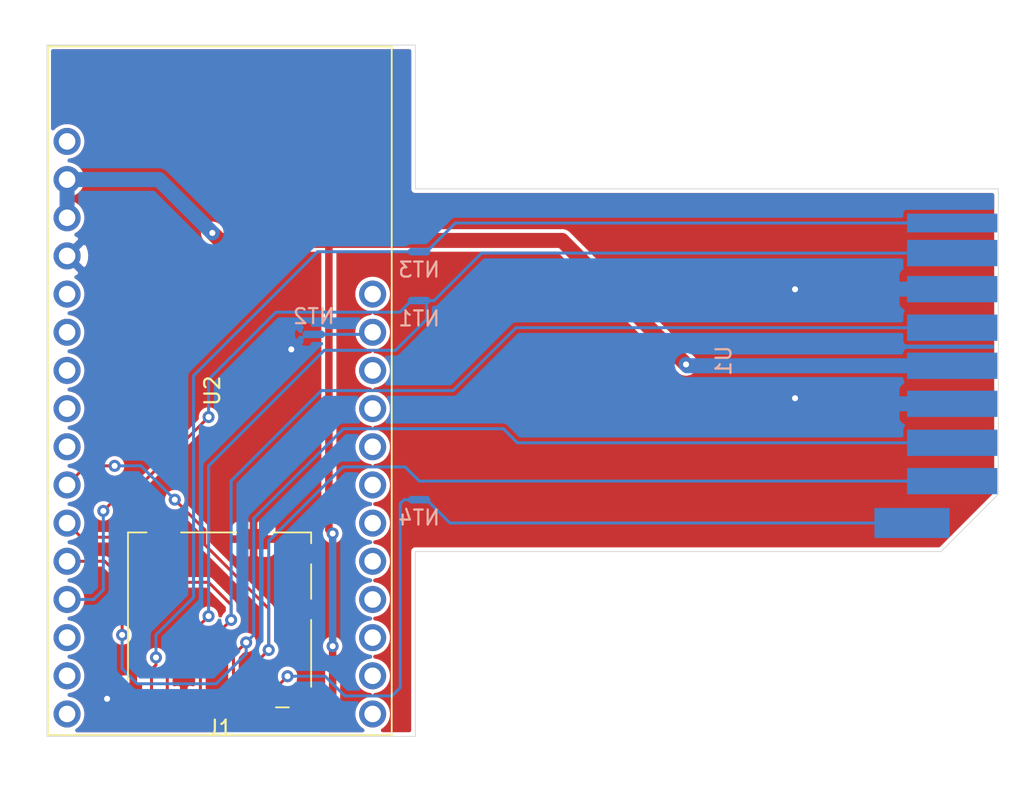
<source format=kicad_pcb>
(kicad_pcb (version 20171130) (host pcbnew 5.1.10-88a1d61d58~90~ubuntu20.04.1)

  (general
    (thickness 1.6)
    (drawings 11)
    (tracks 131)
    (zones 0)
    (modules 7)
    (nets 35)
  )

  (page A4)
  (layers
    (0 F.Cu signal)
    (31 B.Cu signal)
    (32 B.Adhes user)
    (33 F.Adhes user)
    (34 B.Paste user)
    (35 F.Paste user)
    (36 B.SilkS user)
    (37 F.SilkS user)
    (38 B.Mask user)
    (39 F.Mask user)
    (40 Dwgs.User user)
    (41 Cmts.User user)
    (42 Eco1.User user)
    (43 Eco2.User user)
    (44 Edge.Cuts user)
    (45 Margin user)
    (46 B.CrtYd user)
    (47 F.CrtYd user)
    (48 B.Fab user)
    (49 F.Fab user)
  )

  (setup
    (last_trace_width 0.2)
    (user_trace_width 0.5)
    (user_trace_width 1)
    (trace_clearance 0.2)
    (zone_clearance 0.25)
    (zone_45_only no)
    (trace_min 0.2)
    (via_size 0.8)
    (via_drill 0.4)
    (via_min_size 0.4)
    (via_min_drill 0.3)
    (uvia_size 0.3)
    (uvia_drill 0.1)
    (uvias_allowed no)
    (uvia_min_size 0.2)
    (uvia_min_drill 0.1)
    (edge_width 0.05)
    (segment_width 0.2)
    (pcb_text_width 0.3)
    (pcb_text_size 1.5 1.5)
    (mod_edge_width 0.12)
    (mod_text_size 1 1)
    (mod_text_width 0.15)
    (pad_size 1.524 1.524)
    (pad_drill 0.762)
    (pad_to_mask_clearance 0)
    (aux_axis_origin 0 0)
    (visible_elements FFFEFF7F)
    (pcbplotparams
      (layerselection 0x010fc_ffffffff)
      (usegerberextensions false)
      (usegerberattributes true)
      (usegerberadvancedattributes true)
      (creategerberjobfile true)
      (excludeedgelayer true)
      (linewidth 0.100000)
      (plotframeref false)
      (viasonmask false)
      (mode 1)
      (useauxorigin false)
      (hpglpennumber 1)
      (hpglpenspeed 20)
      (hpglpendiameter 15.000000)
      (psnegative false)
      (psa4output false)
      (plotreference true)
      (plotvalue true)
      (plotinvisibletext false)
      (padsonsilk false)
      (subtractmaskfromsilk false)
      (outputformat 1)
      (mirror false)
      (drillshape 0)
      (scaleselection 1)
      (outputdirectory "Gerbers/"))
  )

  (net 0 "")
  (net 1 GND)
  (net 2 "Net-(J1-Pad9)")
  (net 3 "Net-(J1-Pad10)")
  (net 4 /MISO)
  (net 5 /CLK)
  (net 6 +3V3)
  (net 7 /MOSI)
  (net 8 /CS)
  (net 9 /DAT1)
  (net 10 /DAT2)
  (net 11 /MISO_FEATHER)
  (net 12 /REG_EN)
  (net 13 /DAT1_T)
  (net 14 /DAT2_T)
  (net 15 "Net-(U2-Pad28)")
  (net 16 "Net-(U2-Pad26)")
  (net 17 "Net-(U2-Pad25)")
  (net 18 "Net-(U2-Pad24)")
  (net 19 "Net-(U2-Pad23)")
  (net 20 "Net-(U2-Pad22)")
  (net 21 "Net-(U2-Pad21)")
  (net 22 "Net-(U2-Pad20)")
  (net 23 "Net-(U2-Pad19)")
  (net 24 "Net-(U2-Pad18)")
  (net 25 "Net-(U2-Pad17)")
  (net 26 "Net-(U2-Pad16)")
  (net 27 "Net-(U2-Pad15)")
  (net 28 "Net-(U2-Pad14)")
  (net 29 "Net-(U2-Pad9)")
  (net 30 "Net-(U2-Pad8)")
  (net 31 "Net-(U2-Pad7)")
  (net 32 "Net-(U2-Pad6)")
  (net 33 "Net-(U2-Pad5)")
  (net 34 "Net-(U2-Pad1)")

  (net_class Default "This is the default net class."
    (clearance 0.2)
    (trace_width 0.2)
    (via_dia 0.8)
    (via_drill 0.4)
    (uvia_dia 0.3)
    (uvia_drill 0.1)
    (add_net +3V3)
    (add_net /CLK)
    (add_net /CS)
    (add_net /DAT1)
    (add_net /DAT1_T)
    (add_net /DAT2)
    (add_net /DAT2_T)
    (add_net /MISO)
    (add_net /MISO_FEATHER)
    (add_net /MOSI)
    (add_net /REG_EN)
    (add_net GND)
    (add_net "Net-(J1-Pad10)")
    (add_net "Net-(J1-Pad9)")
    (add_net "Net-(U2-Pad1)")
    (add_net "Net-(U2-Pad14)")
    (add_net "Net-(U2-Pad15)")
    (add_net "Net-(U2-Pad16)")
    (add_net "Net-(U2-Pad17)")
    (add_net "Net-(U2-Pad18)")
    (add_net "Net-(U2-Pad19)")
    (add_net "Net-(U2-Pad20)")
    (add_net "Net-(U2-Pad21)")
    (add_net "Net-(U2-Pad22)")
    (add_net "Net-(U2-Pad23)")
    (add_net "Net-(U2-Pad24)")
    (add_net "Net-(U2-Pad25)")
    (add_net "Net-(U2-Pad26)")
    (add_net "Net-(U2-Pad28)")
    (add_net "Net-(U2-Pad5)")
    (add_net "Net-(U2-Pad6)")
    (add_net "Net-(U2-Pad7)")
    (add_net "Net-(U2-Pad8)")
    (add_net "Net-(U2-Pad9)")
  )

  (net_class Power ""
    (clearance 0.2)
    (trace_width 1)
    (via_dia 1.5)
    (via_drill 0.8)
    (uvia_dia 0.3)
    (uvia_drill 0.1)
  )

  (module NetTie:NetTie-2_SMD_Pad0.5mm (layer B.Cu) (tedit 5A1CF6D3) (tstamp 621897DB)
    (at 170.25 79.75 180)
    (descr "Net tie, 2 pin, 0.5mm square SMD pads")
    (tags "net tie")
    (path /62197349)
    (attr virtual)
    (fp_text reference NT2 (at 0 1.2) (layer B.SilkS)
      (effects (font (size 1 1) (thickness 0.15)) (justify mirror))
    )
    (fp_text value Net-Tie_2 (at 0 -1.2) (layer B.Fab)
      (effects (font (size 1 1) (thickness 0.15)) (justify mirror))
    )
    (fp_line (start -1 0.5) (end -1 -0.5) (layer B.CrtYd) (width 0.05))
    (fp_line (start -1 -0.5) (end 1 -0.5) (layer B.CrtYd) (width 0.05))
    (fp_line (start 1 -0.5) (end 1 0.5) (layer B.CrtYd) (width 0.05))
    (fp_line (start 1 0.5) (end -1 0.5) (layer B.CrtYd) (width 0.05))
    (fp_poly (pts (xy -0.5 0.25) (xy 0.5 0.25) (xy 0.5 -0.25) (xy -0.5 -0.25)) (layer B.Cu) (width 0))
    (pad 2 smd circle (at 0.5 0 180) (size 0.5 0.5) (layers B.Cu)
      (net 1 GND))
    (pad 1 smd circle (at -0.5 0 180) (size 0.5 0.5) (layers B.Cu)
      (net 12 /REG_EN))
  )

  (module NetTie:NetTie-2_SMD_Pad0.5mm (layer B.Cu) (tedit 5A1CF6D3) (tstamp 62188DE8)
    (at 177.25 90.75)
    (descr "Net tie, 2 pin, 0.5mm square SMD pads")
    (tags "net tie")
    (path /6218E303)
    (attr virtual)
    (fp_text reference NT4 (at 0 1.2) (layer B.SilkS)
      (effects (font (size 1 1) (thickness 0.15)) (justify mirror))
    )
    (fp_text value Net-Tie_2 (at 0 -1.2) (layer B.Fab)
      (effects (font (size 1 1) (thickness 0.15)) (justify mirror))
    )
    (fp_line (start -1 0.5) (end -1 -0.5) (layer B.CrtYd) (width 0.05))
    (fp_line (start -1 -0.5) (end 1 -0.5) (layer B.CrtYd) (width 0.05))
    (fp_line (start 1 -0.5) (end 1 0.5) (layer B.CrtYd) (width 0.05))
    (fp_line (start 1 0.5) (end -1 0.5) (layer B.CrtYd) (width 0.05))
    (fp_poly (pts (xy -0.5 0.25) (xy 0.5 0.25) (xy 0.5 -0.25) (xy -0.5 -0.25)) (layer B.Cu) (width 0))
    (pad 2 smd circle (at 0.5 0) (size 0.5 0.5) (layers B.Cu)
      (net 14 /DAT2_T))
    (pad 1 smd circle (at -0.5 0) (size 0.5 0.5) (layers B.Cu)
      (net 10 /DAT2))
  )

  (module NetTie:NetTie-2_SMD_Pad0.5mm (layer B.Cu) (tedit 5A1CF6D3) (tstamp 62189731)
    (at 177.25 74.25)
    (descr "Net tie, 2 pin, 0.5mm square SMD pads")
    (tags "net tie")
    (path /6218C85B)
    (attr virtual)
    (fp_text reference NT3 (at 0 1.2) (layer B.SilkS)
      (effects (font (size 1 1) (thickness 0.15)) (justify mirror))
    )
    (fp_text value Net-Tie_2 (at 0 -1.2) (layer B.Fab)
      (effects (font (size 1 1) (thickness 0.15)) (justify mirror))
    )
    (fp_line (start -1 0.5) (end -1 -0.5) (layer B.CrtYd) (width 0.05))
    (fp_line (start -1 -0.5) (end 1 -0.5) (layer B.CrtYd) (width 0.05))
    (fp_line (start 1 -0.5) (end 1 0.5) (layer B.CrtYd) (width 0.05))
    (fp_line (start 1 0.5) (end -1 0.5) (layer B.CrtYd) (width 0.05))
    (fp_poly (pts (xy -0.5 0.25) (xy 0.5 0.25) (xy 0.5 -0.25) (xy -0.5 -0.25)) (layer B.Cu) (width 0))
    (pad 2 smd circle (at 0.5 0) (size 0.5 0.5) (layers B.Cu)
      (net 13 /DAT1_T))
    (pad 1 smd circle (at -0.5 0) (size 0.5 0.5) (layers B.Cu)
      (net 9 /DAT1))
  )

  (module NetTie:NetTie-2_SMD_Pad0.5mm (layer B.Cu) (tedit 5A1CF6D3) (tstamp 62188DC7)
    (at 177.25 77.5)
    (descr "Net tie, 2 pin, 0.5mm square SMD pads")
    (tags "net tie")
    (path /621A204C)
    (attr virtual)
    (fp_text reference NT1 (at 0 1.2) (layer B.SilkS)
      (effects (font (size 1 1) (thickness 0.15)) (justify mirror))
    )
    (fp_text value Net-Tie_2 (at 0 -1.2) (layer B.Fab)
      (effects (font (size 1 1) (thickness 0.15)) (justify mirror))
    )
    (fp_line (start -1 0.5) (end -1 -0.5) (layer B.CrtYd) (width 0.05))
    (fp_line (start -1 -0.5) (end 1 -0.5) (layer B.CrtYd) (width 0.05))
    (fp_line (start 1 -0.5) (end 1 0.5) (layer B.CrtYd) (width 0.05))
    (fp_line (start 1 0.5) (end -1 0.5) (layer B.CrtYd) (width 0.05))
    (fp_poly (pts (xy -0.5 0.25) (xy 0.5 0.25) (xy 0.5 -0.25) (xy -0.5 -0.25)) (layer B.Cu) (width 0))
    (pad 2 smd circle (at 0.5 0) (size 0.5 0.5) (layers B.Cu)
      (net 4 /MISO))
    (pad 1 smd circle (at -0.5 0) (size 0.5 0.5) (layers B.Cu)
      (net 11 /MISO_FEATHER))
  )

  (module Main:nRF52_Bluefruit (layer F.Cu) (tedit 62186B89) (tstamp 62188FA4)
    (at 164 83.5 270)
    (path /62189BCE)
    (fp_text reference U2 (at 0 0.5 90) (layer F.SilkS)
      (effects (font (size 1 1) (thickness 0.15)))
    )
    (fp_text value nRF52-Bluefruit (at 0 -0.5 90) (layer F.Fab)
      (effects (font (size 1 1) (thickness 0.15)))
    )
    (fp_line (start 22.91 -11.43) (end 22.91 11.43) (layer F.SilkS) (width 0.12))
    (fp_line (start -22.91 -11.43) (end -22.91 11.43) (layer F.SilkS) (width 0.12))
    (fp_line (start -22.91 11.43) (end 22.91 11.43) (layer F.SilkS) (width 0.12))
    (fp_line (start 22.91 -11.43) (end -22.91 -11.43) (layer F.SilkS) (width 0.12))
    (pad 28 thru_hole circle (at -6.43 -10.16 270) (size 1.8 1.8) (drill 1.1) (layers *.Cu *.Mask)
      (net 15 "Net-(U2-Pad28)"))
    (pad 27 thru_hole circle (at -3.89 -10.16 270) (size 1.8 1.8) (drill 1.1) (layers *.Cu *.Mask)
      (net 12 /REG_EN))
    (pad 26 thru_hole circle (at -1.35 -10.16 270) (size 1.8 1.8) (drill 1.1) (layers *.Cu *.Mask)
      (net 16 "Net-(U2-Pad26)"))
    (pad 25 thru_hole circle (at 1.19 -10.16 270) (size 1.8 1.8) (drill 1.1) (layers *.Cu *.Mask)
      (net 17 "Net-(U2-Pad25)"))
    (pad 24 thru_hole circle (at 3.73 -10.16 270) (size 1.8 1.8) (drill 1.1) (layers *.Cu *.Mask)
      (net 18 "Net-(U2-Pad24)"))
    (pad 23 thru_hole circle (at 6.27 -10.16 270) (size 1.8 1.8) (drill 1.1) (layers *.Cu *.Mask)
      (net 19 "Net-(U2-Pad23)"))
    (pad 22 thru_hole circle (at 8.81 -10.16 270) (size 1.8 1.8) (drill 1.1) (layers *.Cu *.Mask)
      (net 20 "Net-(U2-Pad22)"))
    (pad 21 thru_hole circle (at 11.35 -10.16 270) (size 1.8 1.8) (drill 1.1) (layers *.Cu *.Mask)
      (net 21 "Net-(U2-Pad21)"))
    (pad 20 thru_hole circle (at 13.89 -10.16 270) (size 1.8 1.8) (drill 1.1) (layers *.Cu *.Mask)
      (net 22 "Net-(U2-Pad20)"))
    (pad 19 thru_hole circle (at 16.43 -10.16 270) (size 1.8 1.8) (drill 1.1) (layers *.Cu *.Mask)
      (net 23 "Net-(U2-Pad19)"))
    (pad 18 thru_hole circle (at 18.97 -10.16 270) (size 1.8 1.8) (drill 1.1) (layers *.Cu *.Mask)
      (net 24 "Net-(U2-Pad18)"))
    (pad 17 thru_hole circle (at 21.51 -10.16 270) (size 1.8 1.8) (drill 1.1) (layers *.Cu *.Mask)
      (net 25 "Net-(U2-Pad17)"))
    (pad 16 thru_hole circle (at 21.51 10.16 270) (size 1.8 1.8) (drill 1.1) (layers *.Cu *.Mask)
      (net 26 "Net-(U2-Pad16)"))
    (pad 15 thru_hole circle (at 18.97 10.16 270) (size 1.8 1.8) (drill 1.1) (layers *.Cu *.Mask)
      (net 27 "Net-(U2-Pad15)"))
    (pad 14 thru_hole circle (at 16.43 10.16 270) (size 1.8 1.8) (drill 1.1) (layers *.Cu *.Mask)
      (net 28 "Net-(U2-Pad14)"))
    (pad 13 thru_hole circle (at 13.89 10.16 270) (size 1.8 1.8) (drill 1.1) (layers *.Cu *.Mask)
      (net 11 /MISO_FEATHER))
    (pad 12 thru_hole circle (at 11.35 10.16 270) (size 1.8 1.8) (drill 1.1) (layers *.Cu *.Mask)
      (net 7 /MOSI))
    (pad 11 thru_hole circle (at 8.81 10.16 270) (size 1.8 1.8) (drill 1.1) (layers *.Cu *.Mask)
      (net 5 /CLK))
    (pad 10 thru_hole circle (at 6.27 10.16 270) (size 1.8 1.8) (drill 1.1) (layers *.Cu *.Mask)
      (net 8 /CS))
    (pad 9 thru_hole circle (at 3.73 10.16 270) (size 1.8 1.8) (drill 1.1) (layers *.Cu *.Mask)
      (net 29 "Net-(U2-Pad9)"))
    (pad 8 thru_hole circle (at 1.19 10.16 270) (size 1.8 1.8) (drill 1.1) (layers *.Cu *.Mask)
      (net 30 "Net-(U2-Pad8)"))
    (pad 7 thru_hole circle (at -1.35 10.16 270) (size 1.8 1.8) (drill 1.1) (layers *.Cu *.Mask)
      (net 31 "Net-(U2-Pad7)"))
    (pad 6 thru_hole circle (at -3.89 10.16 270) (size 1.8 1.8) (drill 1.1) (layers *.Cu *.Mask)
      (net 32 "Net-(U2-Pad6)"))
    (pad 5 thru_hole circle (at -6.43 10.16 270) (size 1.8 1.8) (drill 1.1) (layers *.Cu *.Mask)
      (net 33 "Net-(U2-Pad5)"))
    (pad 4 thru_hole circle (at -8.97 10.16 270) (size 1.8 1.8) (drill 1.1) (layers *.Cu *.Mask)
      (net 1 GND))
    (pad 3 thru_hole circle (at -11.51 10.16 270) (size 1.8 1.8) (drill 1.1) (layers *.Cu *.Mask)
      (net 6 +3V3))
    (pad 2 thru_hole circle (at -14.05 10.16 270) (size 1.8 1.8) (drill 1.1) (layers *.Cu *.Mask)
      (net 6 +3V3))
    (pad 1 thru_hole circle (at -16.59 10.16 270) (size 1.8 1.8) (drill 1.1) (layers *.Cu *.Mask)
      (net 34 "Net-(U2-Pad1)"))
  )

  (module Connector_Card:microSD_HC_Molex_104031-0811 (layer F.Cu) (tedit 5D235007) (tstamp 62189873)
    (at 164 98.75 180)
    (descr "1.10mm Pitch microSD Memory Card Connector, Surface Mount, Push-Pull Type, 1.42mm Height, with Detect Switch (https://www.molex.com/pdm_docs/sd/1040310811_sd.pdf)")
    (tags "microSD SD molex")
    (path /621F1457)
    (attr smd)
    (fp_text reference J1 (at 0 -7.18) (layer F.SilkS)
      (effects (font (size 1 1) (thickness 0.15)))
    )
    (fp_text value Micro_SD_Card_Det (at 0 7.39) (layer F.Fab)
      (effects (font (size 1 1) (thickness 0.15)))
    )
    (fp_line (start 6.84 -6.5) (end 6.84 6.55) (layer F.CrtYd) (width 0.05))
    (fp_line (start -6.84 -6.5) (end 6.84 -6.5) (layer F.CrtYd) (width 0.05))
    (fp_line (start -6.84 6.55) (end -6.84 -6.5) (layer F.CrtYd) (width 0.05))
    (fp_line (start 6.84 6.55) (end -6.84 6.55) (layer F.CrtYd) (width 0.05))
    (fp_line (start -5.405 -9.2) (end -5.405 -5.7) (layer F.Fab) (width 0.1))
    (fp_line (start 5.595 -5.7) (end 5.595 -9.2) (layer F.Fab) (width 0.1))
    (fp_line (start 5.995 5.7) (end 5.995 -5.7) (layer F.Fab) (width 0.1))
    (fp_line (start 5.995 -5.7) (end 5.21 -5.7) (layer F.Fab) (width 0.1))
    (fp_line (start -5.955 -5.7) (end -5.955 5.7) (layer F.Fab) (width 0.1))
    (fp_line (start 5.995 5.7) (end -5.955 5.7) (layer F.Fab) (width 0.1))
    (fp_line (start 4.4 -4.3) (end -3.26 -4.3) (layer F.Fab) (width 0.1))
    (fp_line (start -3.76 -4.8) (end -3.76 -5.2) (layer F.Fab) (width 0.1))
    (fp_line (start -5.955 -5.7) (end -4.26 -5.7) (layer F.Fab) (width 0.1))
    (fp_line (start 4.9 -5.4) (end 4.9 -4.8) (layer F.Fab) (width 0.1))
    (fp_line (start -4.905 -9.7) (end 5.095 -9.7) (layer F.Fab) (width 0.1))
    (fp_line (start -6.07 -4.45) (end -6.07 0) (layer F.SilkS) (width 0.12))
    (fp_line (start -6.07 1.4) (end -6.07 3.7) (layer F.SilkS) (width 0.12))
    (fp_line (start -6.07 5.1) (end -6.07 5.82) (layer F.SilkS) (width 0.12))
    (fp_line (start -6.07 5.82) (end -3.39 5.82) (layer F.SilkS) (width 0.12))
    (fp_line (start -1.09 5.82) (end 2.58 5.82) (layer F.SilkS) (width 0.12))
    (fp_line (start 4.88 5.82) (end 6.11 5.82) (layer F.SilkS) (width 0.12))
    (fp_line (start 6.11 5.82) (end 6.11 -4) (layer F.SilkS) (width 0.12))
    (fp_line (start -4.59 -5.82) (end -3.73 -5.82) (layer F.SilkS) (width 0.12))
    (fp_arc (start -4.905 -9.2) (end -4.905 -9.7) (angle -90) (layer F.Fab) (width 0.1))
    (fp_arc (start 5.095 -9.2) (end 5.595 -9.2) (angle -90) (layer F.Fab) (width 0.1))
    (fp_arc (start 5.2 -5.4) (end 5.2 -5.7) (angle -90) (layer F.Fab) (width 0.1))
    (fp_arc (start 4.4 -4.8) (end 4.4 -4.3) (angle -90) (layer F.Fab) (width 0.1))
    (fp_arc (start -3.26 -4.8) (end -3.26 -4.3) (angle 90) (layer F.Fab) (width 0.1))
    (fp_arc (start -4.26 -5.2) (end -3.76 -5.2) (angle -90) (layer F.Fab) (width 0.1))
    (fp_text user %R (at 0 0) (layer F.Fab)
      (effects (font (size 1 1) (thickness 0.15)))
    )
    (pad 11 smd rect (at 3.73 5.375 180) (size 1.9 1.35) (layers F.Cu F.Paste F.Mask)
      (net 1 GND))
    (pad 11 smd rect (at -2.24 5.375 180) (size 1.9 1.35) (layers F.Cu F.Paste F.Mask)
      (net 1 GND))
    (pad 9 smd rect (at -5.74 0.7 180) (size 1.2 1) (layers F.Cu F.Paste F.Mask)
      (net 2 "Net-(J1-Pad9)"))
    (pad 10 smd rect (at -5.74 4.4 180) (size 1.2 1) (layers F.Cu F.Paste F.Mask)
      (net 3 "Net-(J1-Pad10)"))
    (pad 11 smd rect (at -5.565 -5.325 180) (size 1.55 1.35) (layers F.Cu F.Paste F.Mask)
      (net 1 GND))
    (pad 11 smd rect (at 5.755 -5.1 180) (size 1.17 1.8) (layers F.Cu F.Paste F.Mask)
      (net 1 GND))
    (pad 7 smd rect (at 3.495 -5.45 180) (size 0.85 1.1) (layers F.Cu F.Paste F.Mask)
      (net 4 /MISO))
    (pad 6 smd rect (at 2.395 -5.45 180) (size 0.85 1.1) (layers F.Cu F.Paste F.Mask)
      (net 1 GND))
    (pad 5 smd rect (at 1.295 -5.45 180) (size 0.85 1.1) (layers F.Cu F.Paste F.Mask)
      (net 5 /CLK))
    (pad 4 smd rect (at 0.195 -5.45 180) (size 0.85 1.1) (layers F.Cu F.Paste F.Mask)
      (net 6 +3V3))
    (pad 3 smd rect (at -0.905 -5.45 180) (size 0.85 1.1) (layers F.Cu F.Paste F.Mask)
      (net 7 /MOSI))
    (pad 2 smd rect (at -2.005 -5.45 180) (size 0.85 1.1) (layers F.Cu F.Paste F.Mask)
      (net 8 /CS))
    (pad 8 smd rect (at 4.545 -5.45 180) (size 0.75 1.1) (layers F.Cu F.Paste F.Mask)
      (net 9 /DAT1))
    (pad 1 smd rect (at -3.105 -5.45 180) (size 0.85 1.1) (layers F.Cu F.Paste F.Mask)
      (net 10 /DAT2))
    (model ${KISYS3DMOD}/Connector_Card.3dshapes/microSD_HC_Molex_104031-0811.wrl
      (at (xyz 0 0 0))
      (scale (xyz 1 1 1))
      (rotate (xyz 0 0 0))
    )
  )

  (module Main:SD_MMC_CARD (layer B.Cu) (tedit 621856B5) (tstamp 6218BBCB)
    (at 198 81.5 90)
    (path /62186FFF)
    (fp_text reference U1 (at 0 -0.5 90) (layer B.SilkS)
      (effects (font (size 1 1) (thickness 0.15)) (justify mirror))
    )
    (fp_text value SD_MMC_FOOTPRINT (at 0 0.5 90) (layer B.Fab)
      (effects (font (size 1 1) (thickness 0.15)) (justify mirror))
    )
    (fp_line (start -12.7 13.97) (end 11.43 13.97) (layer Dwgs.User) (width 0.12))
    (fp_line (start -12.7 -13.97) (end -12.7 13.97) (layer Dwgs.User) (width 0.12))
    (fp_line (start -12.7 13.97) (end -8.89 17.78) (layer Dwgs.User) (width 0.12))
    (fp_line (start -8.89 17.78) (end 11.43 17.78) (layer Dwgs.User) (width 0.12))
    (fp_line (start 11.43 17.78) (end 11.43 -13.97) (layer Dwgs.User) (width 0.12))
    (fp_line (start 11.43 -13.97) (end -12.7 -13.97) (layer Dwgs.User) (width 0.12))
    (pad 9 smd rect (at -10.8 12.03 90) (size 2 5) (layers B.Cu B.Paste B.Mask)
      (net 14 /DAT2_T))
    (pad 8 smd rect (at 9.16 14.703 90) (size 1.25 6) (layers B.Cu B.Paste B.Mask)
      (net 13 /DAT1_T))
    (pad 7 smd rect (at 7.16 14.703 90) (size 1.75 6) (layers B.Cu B.Paste B.Mask)
      (net 4 /MISO))
    (pad 6 smd rect (at 4.76 14.703 90) (size 1.75 6) (layers B.Cu B.Paste B.Mask)
      (net 1 GND))
    (pad 5 smd rect (at 2.195 14.703 90) (size 1.75 6) (layers B.Cu B.Paste B.Mask)
      (net 5 /CLK))
    (pad 4 smd rect (at -0.34 14.703 90) (size 1.75 6) (layers B.Cu B.Paste B.Mask)
      (net 6 +3V3))
    (pad 3 smd rect (at -2.87 14.703 90) (size 1.75 6) (layers B.Cu B.Paste B.Mask)
      (net 1 GND))
    (pad 2 smd rect (at -5.465 14.703 90) (size 1.75 6) (layers B.Cu B.Paste B.Mask)
      (net 7 /MOSI))
    (pad 1 smd rect (at -8.0146 14.703 90) (size 1.75 6) (layers B.Cu B.Paste B.Mask)
      (net 8 /CS))
  )

  (gr_line (start 152.5 106.5) (end 177 106.5) (layer Edge.Cuts) (width 0.05) (tstamp 62189907))
  (gr_line (start 152.5 60.5) (end 152.5 106.5) (layer Edge.Cuts) (width 0.05))
  (gr_line (start 177 60.5) (end 152.5 60.5) (layer Edge.Cuts) (width 0.05))
  (gr_line (start 177 70.07) (end 177 60.5) (layer Edge.Cuts) (width 0.05))
  (gr_line (start 177 99.4) (end 177 106.5) (layer Edge.Cuts) (width 0.05))
  (gr_line (start 177 94.2) (end 177 99.4) (layer Edge.Cuts) (width 0.05))
  (gr_line (start 178.6 94.2) (end 177 94.2) (layer Edge.Cuts) (width 0.05))
  (gr_line (start 215.77 70.07) (end 177 70.07) (layer Edge.Cuts) (width 0.05))
  (gr_line (start 211.97 94.2) (end 178.6 94.2) (layer Edge.Cuts) (width 0.05))
  (gr_line (start 215.77 90.39) (end 211.97 94.2) (layer Edge.Cuts) (width 0.05))
  (gr_line (start 215.77 70.07) (end 215.77 90.39) (layer Edge.Cuts) (width 0.05))

  (segment (start 169.75 79.75) (end 168.75 80.75) (width 0.2) (layer B.Cu) (net 1))
  (via (at 168.75 80.75) (size 0.8) (drill 0.4) (layers F.Cu B.Cu) (net 1))
  (via (at 202.25 76.75) (size 0.8) (drill 0.4) (layers F.Cu B.Cu) (net 1))
  (segment (start 202.26 76.74) (end 202.25 76.75) (width 1) (layer B.Cu) (net 1))
  (segment (start 212.703 76.74) (end 202.26 76.74) (width 1) (layer B.Cu) (net 1))
  (via (at 202.25 84) (size 0.8) (drill 0.4) (layers F.Cu B.Cu) (net 1))
  (segment (start 202.62 84.37) (end 202.25 84) (width 1) (layer B.Cu) (net 1))
  (segment (start 212.703 84.37) (end 202.62 84.37) (width 1) (layer B.Cu) (net 1))
  (via (at 156.5 104) (size 0.8) (drill 0.4) (layers F.Cu B.Cu) (net 1))
  (segment (start 156.65 103.85) (end 156.5 104) (width 0.5) (layer F.Cu) (net 1))
  (segment (start 158.245 103.85) (end 156.65 103.85) (width 0.5) (layer F.Cu) (net 1))
  (segment (start 177.75 77.5) (end 178.25 77.5) (width 0.2) (layer B.Cu) (net 4))
  (segment (start 181.41 74.34) (end 212.703 74.34) (width 0.2) (layer B.Cu) (net 4))
  (segment (start 178.25 77.5) (end 181.41 74.34) (width 0.2) (layer B.Cu) (net 4))
  (segment (start 177.75 77.5) (end 177.75 78.75) (width 0.2) (layer B.Cu) (net 4))
  (segment (start 175.689999 80.810001) (end 170.939999 80.810001) (width 0.2) (layer B.Cu) (net 4))
  (segment (start 177.75 78.75) (end 175.689999 80.810001) (width 0.2) (layer B.Cu) (net 4))
  (via (at 163.25 98.5) (size 0.8) (drill 0.4) (layers F.Cu B.Cu) (net 4))
  (segment (start 163.25 88.5) (end 163.25 98.5) (width 0.2) (layer B.Cu) (net 4))
  (segment (start 170.939999 80.810001) (end 163.25 88.5) (width 0.2) (layer B.Cu) (net 4))
  (segment (start 160.505 101.245) (end 160.505 104.2) (width 0.2) (layer F.Cu) (net 4))
  (segment (start 163.25 98.5) (end 160.505 101.245) (width 0.2) (layer F.Cu) (net 4))
  (segment (start 212.703 79.305) (end 183.695 79.305) (width 0.2) (layer B.Cu) (net 5))
  (segment (start 179.510001 83.489999) (end 170.760001 83.489999) (width 0.2) (layer B.Cu) (net 5))
  (segment (start 183.695 79.305) (end 179.510001 83.489999) (width 0.2) (layer B.Cu) (net 5))
  (via (at 164.75 98.75) (size 0.8) (drill 0.4) (layers F.Cu B.Cu) (net 5))
  (segment (start 164.75 89.5) (end 164.75 98.75) (width 0.2) (layer B.Cu) (net 5))
  (segment (start 170.760001 83.489999) (end 164.75 89.5) (width 0.2) (layer B.Cu) (net 5))
  (segment (start 162.705 100.795) (end 162.705 104.2) (width 0.2) (layer F.Cu) (net 5))
  (segment (start 164.75 98.75) (end 162.705 100.795) (width 0.2) (layer F.Cu) (net 5))
  (segment (start 153.84 92.31) (end 154.78 93.25) (width 0.2) (layer F.Cu) (net 5))
  (segment (start 154.78 93.25) (end 157.5 93.25) (width 0.2) (layer F.Cu) (net 5))
  (segment (start 157.5 93.25) (end 160.5 96.25) (width 0.2) (layer F.Cu) (net 5))
  (segment (start 160.5 96.25) (end 163.25 96.25) (width 0.2) (layer F.Cu) (net 5))
  (segment (start 164.75 97.75) (end 164.75 98.75) (width 0.2) (layer F.Cu) (net 5))
  (segment (start 163.25 96.25) (end 164.75 97.75) (width 0.2) (layer F.Cu) (net 5))
  (via (at 195 81.75) (size 0.8) (drill 0.4) (layers F.Cu B.Cu) (net 6))
  (segment (start 195.09 81.84) (end 195 81.75) (width 1) (layer B.Cu) (net 6))
  (segment (start 212.703 81.84) (end 195.09 81.84) (width 1) (layer B.Cu) (net 6))
  (segment (start 195 81.75) (end 186.75 73.5) (width 1) (layer F.Cu) (net 6))
  (via (at 163.5 73) (size 0.8) (drill 0.4) (layers F.Cu B.Cu) (net 6))
  (segment (start 164 73.5) (end 163.5 73) (width 1) (layer F.Cu) (net 6))
  (segment (start 159.95 69.45) (end 153.84 69.45) (width 1) (layer B.Cu) (net 6))
  (segment (start 163.5 73) (end 159.95 69.45) (width 1) (layer B.Cu) (net 6))
  (segment (start 153.84 71.99) (end 153.84 69.45) (width 1) (layer B.Cu) (net 6))
  (via (at 171.5 93) (size 0.8) (drill 0.4) (layers F.Cu B.Cu) (net 6))
  (segment (start 171.25 92.75) (end 171.5 93) (width 0.5) (layer F.Cu) (net 6))
  (segment (start 171.25 73.5) (end 171.25 92.75) (width 0.5) (layer F.Cu) (net 6))
  (segment (start 186.75 73.5) (end 171.25 73.5) (width 1) (layer F.Cu) (net 6))
  (segment (start 171.25 73.5) (end 164 73.5) (width 1) (layer F.Cu) (net 6))
  (via (at 171.5 100.5) (size 0.8) (drill 0.4) (layers F.Cu B.Cu) (net 6))
  (segment (start 171.5 93) (end 171.5 100.5) (width 0.5) (layer B.Cu) (net 6))
  (segment (start 171.5 104.400002) (end 170.150002 105.75) (width 0.5) (layer F.Cu) (net 6))
  (segment (start 171.5 100.5) (end 171.5 104.400002) (width 0.5) (layer F.Cu) (net 6))
  (segment (start 163.805 104.885002) (end 163.805 104.2) (width 0.5) (layer F.Cu) (net 6))
  (segment (start 164.669998 105.75) (end 163.805 104.885002) (width 0.5) (layer F.Cu) (net 6))
  (segment (start 170.150002 105.75) (end 164.669998 105.75) (width 0.5) (layer F.Cu) (net 6))
  (segment (start 212.703 86.965) (end 183.785 86.965) (width 0.2) (layer B.Cu) (net 7))
  (segment (start 182.849999 86.029999) (end 172.220001 86.029999) (width 0.2) (layer B.Cu) (net 7))
  (segment (start 183.785 86.965) (end 182.849999 86.029999) (width 0.2) (layer B.Cu) (net 7))
  (segment (start 172.220001 86.029999) (end 166.25 92) (width 0.2) (layer B.Cu) (net 7))
  (segment (start 166.25 92) (end 166.25 99.75) (width 0.2) (layer B.Cu) (net 7))
  (via (at 165.75 100.25) (size 0.8) (drill 0.4) (layers F.Cu B.Cu) (net 7))
  (segment (start 166.25 99.75) (end 165.75 100.25) (width 0.2) (layer B.Cu) (net 7))
  (segment (start 164.905 101.095) (end 164.905 104.2) (width 0.2) (layer F.Cu) (net 7))
  (segment (start 165.75 100.25) (end 164.905 101.095) (width 0.2) (layer F.Cu) (net 7))
  (segment (start 165.75 101) (end 165.75 100.25) (width 0.2) (layer B.Cu) (net 7))
  (segment (start 163.75 103) (end 165.75 101) (width 0.2) (layer B.Cu) (net 7))
  (segment (start 158.5 103) (end 163.75 103) (width 0.2) (layer B.Cu) (net 7))
  (segment (start 157.5 102) (end 158.5 103) (width 0.2) (layer B.Cu) (net 7))
  (segment (start 153.84 94.85) (end 156.35 94.85) (width 0.2) (layer F.Cu) (net 7))
  (via (at 157.5 99.75) (size 0.8) (drill 0.4) (layers F.Cu B.Cu) (net 7))
  (segment (start 157.5 96) (end 157.5 99.75) (width 0.2) (layer F.Cu) (net 7))
  (segment (start 156.35 94.85) (end 157.5 96) (width 0.2) (layer F.Cu) (net 7))
  (segment (start 157.5 99.75) (end 157.5 102) (width 0.2) (layer B.Cu) (net 7))
  (segment (start 212.703 89.5146) (end 177.2646 89.5146) (width 0.2) (layer B.Cu) (net 8))
  (segment (start 176.319999 88.569999) (end 172.180001 88.569999) (width 0.2) (layer B.Cu) (net 8))
  (segment (start 177.2646 89.5146) (end 176.319999 88.569999) (width 0.2) (layer B.Cu) (net 8))
  (segment (start 172.180001 88.569999) (end 167.25 93.5) (width 0.2) (layer B.Cu) (net 8))
  (via (at 167.25 100.75) (size 0.8) (drill 0.4) (layers F.Cu B.Cu) (net 8))
  (segment (start 167.25 93.5) (end 167.25 100.75) (width 0.2) (layer B.Cu) (net 8))
  (segment (start 166.005 101.995) (end 166.005 104.2) (width 0.2) (layer F.Cu) (net 8))
  (segment (start 167.25 100.75) (end 166.005 101.995) (width 0.2) (layer F.Cu) (net 8))
  (segment (start 167.25 100.75) (end 167.25 98) (width 0.2) (layer F.Cu) (net 8))
  (segment (start 167.25 98) (end 163 93.75) (width 0.2) (layer F.Cu) (net 8))
  (via (at 161 90.75) (size 0.8) (drill 0.4) (layers F.Cu B.Cu) (net 8))
  (segment (start 163 92.75) (end 161 90.75) (width 0.2) (layer F.Cu) (net 8))
  (segment (start 163 93.75) (end 163 92.75) (width 0.2) (layer F.Cu) (net 8))
  (via (at 157 88.5) (size 0.8) (drill 0.4) (layers F.Cu B.Cu) (net 8))
  (segment (start 158.75 88.5) (end 157 88.5) (width 0.2) (layer B.Cu) (net 8))
  (segment (start 161 90.75) (end 158.75 88.5) (width 0.2) (layer B.Cu) (net 8))
  (segment (start 155.11 88.5) (end 153.84 89.77) (width 0.2) (layer F.Cu) (net 8))
  (segment (start 157 88.5) (end 155.11 88.5) (width 0.2) (layer F.Cu) (net 8))
  (via (at 159.75 101.25) (size 0.8) (drill 0.4) (layers F.Cu B.Cu) (net 9))
  (segment (start 159.75 101.25) (end 159.75 101.75) (width 0.2) (layer F.Cu) (net 9))
  (segment (start 159.455 102.045) (end 159.455 104.2) (width 0.2) (layer F.Cu) (net 9))
  (segment (start 159.75 101.75) (end 159.455 102.045) (width 0.2) (layer F.Cu) (net 9))
  (segment (start 159.75 99.75) (end 159.75 101.25) (width 0.2) (layer B.Cu) (net 9))
  (segment (start 162.25 97.25) (end 159.75 99.75) (width 0.2) (layer B.Cu) (net 9))
  (segment (start 162.25 82.5) (end 162.25 97.25) (width 0.2) (layer B.Cu) (net 9))
  (segment (start 170.5 74.25) (end 162.25 82.5) (width 0.2) (layer B.Cu) (net 9))
  (segment (start 176.75 74.25) (end 170.5 74.25) (width 0.2) (layer B.Cu) (net 9))
  (segment (start 176.75 90.75) (end 176.25 90.75) (width 0.2) (layer B.Cu) (net 10))
  (segment (start 176.25 90.75) (end 176 91) (width 0.2) (layer B.Cu) (net 10))
  (segment (start 176 91) (end 176 103.25) (width 0.2) (layer B.Cu) (net 10))
  (segment (start 175.440001 103.809999) (end 172.309999 103.809999) (width 0.2) (layer B.Cu) (net 10))
  (segment (start 176 103.25) (end 175.440001 103.809999) (width 0.2) (layer B.Cu) (net 10))
  (via (at 168.5 102.5) (size 0.8) (drill 0.4) (layers F.Cu B.Cu) (net 10))
  (segment (start 171 102.5) (end 168.5 102.5) (width 0.2) (layer B.Cu) (net 10))
  (segment (start 172.309999 103.809999) (end 171 102.5) (width 0.2) (layer B.Cu) (net 10))
  (segment (start 167.105 104.2) (end 167.105 103.145) (width 0.2) (layer F.Cu) (net 10))
  (segment (start 167.105 103.895) (end 167.105 104.2) (width 0.2) (layer F.Cu) (net 10))
  (segment (start 168.5 102.5) (end 167.105 103.895) (width 0.2) (layer F.Cu) (net 10))
  (segment (start 175.979999 78.270001) (end 167.729999 78.270001) (width 0.2) (layer B.Cu) (net 11))
  (segment (start 176.75 77.5) (end 175.979999 78.270001) (width 0.2) (layer B.Cu) (net 11))
  (via (at 163.25 85.25) (size 0.8) (drill 0.4) (layers F.Cu B.Cu) (net 11))
  (segment (start 163.25 82.75) (end 163.25 85.25) (width 0.2) (layer B.Cu) (net 11))
  (segment (start 167.729999 78.270001) (end 163.25 82.75) (width 0.2) (layer B.Cu) (net 11))
  (segment (start 163.25 85.25) (end 159 89.5) (width 0.2) (layer F.Cu) (net 11))
  (via (at 156.25 91.5) (size 0.8) (drill 0.4) (layers F.Cu B.Cu) (net 11))
  (segment (start 158.25 89.5) (end 156.25 91.5) (width 0.2) (layer F.Cu) (net 11))
  (segment (start 159 89.5) (end 158.25 89.5) (width 0.2) (layer F.Cu) (net 11))
  (segment (start 156.25 91.5) (end 156.25 96.75) (width 0.2) (layer B.Cu) (net 11))
  (segment (start 155.61 97.39) (end 153.84 97.39) (width 0.2) (layer B.Cu) (net 11))
  (segment (start 156.25 96.75) (end 155.61 97.39) (width 0.2) (layer B.Cu) (net 11))
  (segment (start 174.02 79.75) (end 174.16 79.61) (width 0.2) (layer B.Cu) (net 12))
  (segment (start 170.75 79.75) (end 174.02 79.75) (width 0.2) (layer B.Cu) (net 12))
  (segment (start 179.66 72.34) (end 177.75 74.25) (width 0.2) (layer B.Cu) (net 13))
  (segment (start 212.703 72.34) (end 179.66 72.34) (width 0.2) (layer B.Cu) (net 13))
  (segment (start 179.3 92.3) (end 177.75 90.75) (width 0.2) (layer B.Cu) (net 14))
  (segment (start 210.03 92.3) (end 179.3 92.3) (width 0.2) (layer B.Cu) (net 14))

  (zone (net 1) (net_name GND) (layer B.Cu) (tstamp 62189E0B) (hatch edge 0.508)
    (connect_pads (clearance 0.25))
    (min_thickness 0.254)
    (fill yes (arc_segments 32) (thermal_gap 0.508) (thermal_bridge_width 0.508))
    (polygon
      (pts
        (xy 217.5 110) (xy 150 110) (xy 150 57.5) (xy 217.5 57.5)
      )
    )
    (filled_polygon
      (pts
        (xy 176.598 70.050253) (xy 176.596055 70.07) (xy 176.603817 70.148806) (xy 176.626803 70.224583) (xy 176.664132 70.29442)
        (xy 176.69087 70.327) (xy 176.714368 70.355632) (xy 176.77558 70.405868) (xy 176.845417 70.443197) (xy 176.921194 70.466183)
        (xy 177 70.473945) (xy 177.019747 70.472) (xy 215.368 70.472) (xy 215.368 71.336176) (xy 209.703 71.336176)
        (xy 209.629095 71.343455) (xy 209.55803 71.365012) (xy 209.492537 71.400019) (xy 209.435131 71.447131) (xy 209.388019 71.504537)
        (xy 209.353012 71.57003) (xy 209.331455 71.641095) (xy 209.324176 71.715) (xy 209.324176 71.863) (xy 179.683415 71.863)
        (xy 179.66 71.860694) (xy 179.636585 71.863) (xy 179.636577 71.863) (xy 179.566492 71.869903) (xy 179.476577 71.897178)
        (xy 179.393711 71.941471) (xy 179.321079 72.001079) (xy 179.306149 72.019271) (xy 177.702421 73.623) (xy 176.688246 73.623)
        (xy 176.567111 73.647095) (xy 176.453004 73.69436) (xy 176.350311 73.762977) (xy 176.340288 73.773) (xy 170.523415 73.773)
        (xy 170.5 73.770694) (xy 170.476585 73.773) (xy 170.476577 73.773) (xy 170.406492 73.779903) (xy 170.316577 73.807178)
        (xy 170.233711 73.851471) (xy 170.161079 73.911079) (xy 170.14615 73.92927) (xy 161.929276 82.146145) (xy 161.911079 82.161079)
        (xy 161.851471 82.233711) (xy 161.807178 82.316578) (xy 161.779903 82.406493) (xy 161.773 82.476578) (xy 161.773 82.476585)
        (xy 161.770694 82.5) (xy 161.773 82.523415) (xy 161.773001 90.653365) (xy 161.747141 90.523357) (xy 161.688569 90.381952)
        (xy 161.603536 90.254691) (xy 161.495309 90.146464) (xy 161.368048 90.061431) (xy 161.226643 90.002859) (xy 161.076528 89.973)
        (xy 160.923472 89.973) (xy 160.901876 89.977296) (xy 159.103855 88.179276) (xy 159.088921 88.161079) (xy 159.016289 88.101471)
        (xy 158.933423 88.057178) (xy 158.843508 88.029903) (xy 158.773423 88.023) (xy 158.773415 88.023) (xy 158.75 88.020694)
        (xy 158.726585 88.023) (xy 157.61577 88.023) (xy 157.603536 88.004691) (xy 157.495309 87.896464) (xy 157.368048 87.811431)
        (xy 157.226643 87.752859) (xy 157.076528 87.723) (xy 156.923472 87.723) (xy 156.773357 87.752859) (xy 156.631952 87.811431)
        (xy 156.504691 87.896464) (xy 156.396464 88.004691) (xy 156.311431 88.131952) (xy 156.252859 88.273357) (xy 156.223 88.423472)
        (xy 156.223 88.576528) (xy 156.252859 88.726643) (xy 156.311431 88.868048) (xy 156.396464 88.995309) (xy 156.504691 89.103536)
        (xy 156.631952 89.188569) (xy 156.773357 89.247141) (xy 156.923472 89.277) (xy 157.076528 89.277) (xy 157.226643 89.247141)
        (xy 157.368048 89.188569) (xy 157.495309 89.103536) (xy 157.603536 88.995309) (xy 157.61577 88.977) (xy 158.552421 88.977)
        (xy 160.227296 90.651876) (xy 160.223 90.673472) (xy 160.223 90.826528) (xy 160.252859 90.976643) (xy 160.311431 91.118048)
        (xy 160.396464 91.245309) (xy 160.504691 91.353536) (xy 160.631952 91.438569) (xy 160.773357 91.497141) (xy 160.923472 91.527)
        (xy 161.076528 91.527) (xy 161.226643 91.497141) (xy 161.368048 91.438569) (xy 161.495309 91.353536) (xy 161.603536 91.245309)
        (xy 161.688569 91.118048) (xy 161.747141 90.976643) (xy 161.773001 90.846635) (xy 161.773001 97.052419) (xy 159.429276 99.396145)
        (xy 159.411079 99.411079) (xy 159.351471 99.483711) (xy 159.307178 99.566578) (xy 159.279903 99.656493) (xy 159.273 99.726578)
        (xy 159.273 99.726585) (xy 159.270694 99.75) (xy 159.273 99.773415) (xy 159.273001 100.63423) (xy 159.254691 100.646464)
        (xy 159.146464 100.754691) (xy 159.061431 100.881952) (xy 159.002859 101.023357) (xy 158.973 101.173472) (xy 158.973 101.326528)
        (xy 159.002859 101.476643) (xy 159.061431 101.618048) (xy 159.146464 101.745309) (xy 159.254691 101.853536) (xy 159.381952 101.938569)
        (xy 159.523357 101.997141) (xy 159.673472 102.027) (xy 159.826528 102.027) (xy 159.976643 101.997141) (xy 160.118048 101.938569)
        (xy 160.245309 101.853536) (xy 160.353536 101.745309) (xy 160.438569 101.618048) (xy 160.497141 101.476643) (xy 160.527 101.326528)
        (xy 160.527 101.173472) (xy 160.497141 101.023357) (xy 160.438569 100.881952) (xy 160.353536 100.754691) (xy 160.245309 100.646464)
        (xy 160.227 100.63423) (xy 160.227 99.947579) (xy 162.570729 97.603851) (xy 162.588921 97.588921) (xy 162.648529 97.516289)
        (xy 162.692822 97.433423) (xy 162.720097 97.343508) (xy 162.727 97.273423) (xy 162.727 97.273415) (xy 162.729306 97.25)
        (xy 162.727 97.226585) (xy 162.727 85.825845) (xy 162.754691 85.853536) (xy 162.881952 85.938569) (xy 163.023357 85.997141)
        (xy 163.173472 86.027) (xy 163.326528 86.027) (xy 163.476643 85.997141) (xy 163.618048 85.938569) (xy 163.745309 85.853536)
        (xy 163.853536 85.745309) (xy 163.938569 85.618048) (xy 163.997141 85.476643) (xy 164.027 85.326528) (xy 164.027 85.173472)
        (xy 163.997141 85.023357) (xy 163.938569 84.881952) (xy 163.853536 84.754691) (xy 163.745309 84.646464) (xy 163.727 84.63423)
        (xy 163.727 82.947579) (xy 167.927579 78.747001) (xy 173.217048 78.747001) (xy 173.168089 78.79596) (xy 173.028337 79.005114)
        (xy 172.932074 79.237513) (xy 172.925015 79.273) (xy 171.159712 79.273) (xy 171.149689 79.262977) (xy 171.046996 79.19436)
        (xy 170.932889 79.147095) (xy 170.811754 79.123) (xy 170.171555 79.123) (xy 170.168174 78.965173) (xy 170.007026 78.898672)
        (xy 169.836002 78.864887) (xy 169.661672 78.865116) (xy 169.490736 78.899351) (xy 169.331826 78.965173) (xy 169.327784 79.153836)
        (xy 169.44898 79.275032) (xy 169.438932 79.287007) (xy 169.438294 79.288167) (xy 169.437453 79.289184) (xy 169.420607 79.32034)
        (xy 169.403486 79.351484) (xy 169.403086 79.352746) (xy 169.402458 79.353907) (xy 169.391985 79.387738) (xy 169.381238 79.421617)
        (xy 169.38109 79.422933) (xy 169.3807 79.424194) (xy 169.37699 79.459488) (xy 169.373037 79.494736) (xy 169.373019 79.497271)
        (xy 169.373009 79.497368) (xy 169.373018 79.497465) (xy 169.373 79.5) (xy 169.373 79.546948) (xy 169.153836 79.327784)
        (xy 168.965173 79.331826) (xy 168.898672 79.492974) (xy 168.864887 79.663998) (xy 168.865116 79.838328) (xy 168.899351 80.009264)
        (xy 168.965173 80.168174) (xy 169.153836 80.172216) (xy 169.373 79.953052) (xy 169.373 80) (xy 169.376462 80.035308)
        (xy 169.379678 80.070643) (xy 169.380051 80.07191) (xy 169.38018 80.073226) (xy 169.390445 80.107225) (xy 169.400452 80.141227)
        (xy 169.401063 80.142396) (xy 169.401446 80.143664) (xy 169.418126 80.175034) (xy 169.43454 80.206431) (xy 169.435368 80.20746)
        (xy 169.435989 80.208629) (xy 169.449164 80.224784) (xy 169.327784 80.346164) (xy 169.331826 80.534827) (xy 169.492974 80.601328)
        (xy 169.663998 80.635113) (xy 169.838328 80.634884) (xy 170.009264 80.600649) (xy 170.168174 80.534827) (xy 170.171555 80.377)
        (xy 170.738202 80.377) (xy 170.67371 80.411472) (xy 170.601078 80.47108) (xy 170.586149 80.489271) (xy 162.929276 88.146145)
        (xy 162.911079 88.161079) (xy 162.851471 88.233711) (xy 162.807178 88.316578) (xy 162.779903 88.406493) (xy 162.773 88.476578)
        (xy 162.773 88.476585) (xy 162.770694 88.5) (xy 162.773 88.523415) (xy 162.773001 97.88423) (xy 162.754691 97.896464)
        (xy 162.646464 98.004691) (xy 162.561431 98.131952) (xy 162.502859 98.273357) (xy 162.473 98.423472) (xy 162.473 98.576528)
        (xy 162.502859 98.726643) (xy 162.561431 98.868048) (xy 162.646464 98.995309) (xy 162.754691 99.103536) (xy 162.881952 99.188569)
        (xy 163.023357 99.247141) (xy 163.173472 99.277) (xy 163.326528 99.277) (xy 163.476643 99.247141) (xy 163.618048 99.188569)
        (xy 163.745309 99.103536) (xy 163.853536 98.995309) (xy 163.938569 98.868048) (xy 163.973 98.784924) (xy 163.973 98.826528)
        (xy 164.002859 98.976643) (xy 164.061431 99.118048) (xy 164.146464 99.245309) (xy 164.254691 99.353536) (xy 164.381952 99.438569)
        (xy 164.523357 99.497141) (xy 164.673472 99.527) (xy 164.826528 99.527) (xy 164.976643 99.497141) (xy 165.118048 99.438569)
        (xy 165.245309 99.353536) (xy 165.353536 99.245309) (xy 165.438569 99.118048) (xy 165.497141 98.976643) (xy 165.527 98.826528)
        (xy 165.527 98.673472) (xy 165.497141 98.523357) (xy 165.438569 98.381952) (xy 165.353536 98.254691) (xy 165.245309 98.146464)
        (xy 165.227 98.13423) (xy 165.227 89.697579) (xy 170.957581 83.966999) (xy 173.107259 83.966999) (xy 173.028337 84.085114)
        (xy 172.932074 84.317513) (xy 172.883 84.564226) (xy 172.883 84.815774) (xy 172.932074 85.062487) (xy 173.028337 85.294886)
        (xy 173.168089 85.50404) (xy 173.217048 85.552999) (xy 172.243415 85.552999) (xy 172.22 85.550693) (xy 172.196585 85.552999)
        (xy 172.196578 85.552999) (xy 172.135339 85.559031) (xy 172.126492 85.559902) (xy 172.099217 85.568176) (xy 172.036578 85.587177)
        (xy 171.953712 85.63147) (xy 171.88108 85.691078) (xy 171.866151 85.709269) (xy 165.929276 91.646145) (xy 165.911079 91.661079)
        (xy 165.851471 91.733711) (xy 165.807178 91.816578) (xy 165.779903 91.906493) (xy 165.773 91.976578) (xy 165.773 91.976585)
        (xy 165.770694 92) (xy 165.773 92.023415) (xy 165.773001 99.473) (xy 165.673472 99.473) (xy 165.523357 99.502859)
        (xy 165.381952 99.561431) (xy 165.254691 99.646464) (xy 165.146464 99.754691) (xy 165.061431 99.881952) (xy 165.002859 100.023357)
        (xy 164.973 100.173472) (xy 164.973 100.326528) (xy 165.002859 100.476643) (xy 165.061431 100.618048) (xy 165.146464 100.745309)
        (xy 165.238288 100.837133) (xy 163.552421 102.523) (xy 158.69758 102.523) (xy 157.977 101.802421) (xy 157.977 100.36577)
        (xy 157.995309 100.353536) (xy 158.103536 100.245309) (xy 158.188569 100.118048) (xy 158.247141 99.976643) (xy 158.277 99.826528)
        (xy 158.277 99.673472) (xy 158.247141 99.523357) (xy 158.188569 99.381952) (xy 158.103536 99.254691) (xy 157.995309 99.146464)
        (xy 157.868048 99.061431) (xy 157.726643 99.002859) (xy 157.576528 98.973) (xy 157.423472 98.973) (xy 157.273357 99.002859)
        (xy 157.131952 99.061431) (xy 157.004691 99.146464) (xy 156.896464 99.254691) (xy 156.811431 99.381952) (xy 156.752859 99.523357)
        (xy 156.723 99.673472) (xy 156.723 99.826528) (xy 156.752859 99.976643) (xy 156.811431 100.118048) (xy 156.896464 100.245309)
        (xy 157.004691 100.353536) (xy 157.023 100.36577) (xy 157.023001 101.976575) (xy 157.020694 102) (xy 157.029903 102.093507)
        (xy 157.057178 102.183422) (xy 157.057179 102.183423) (xy 157.101472 102.266289) (xy 157.107273 102.273357) (xy 157.142743 102.316577)
        (xy 157.16108 102.338921) (xy 157.179271 102.35385) (xy 158.146149 103.320729) (xy 158.161079 103.338921) (xy 158.233711 103.398529)
        (xy 158.316577 103.442822) (xy 158.406492 103.470097) (xy 158.476577 103.477) (xy 158.476585 103.477) (xy 158.5 103.479306)
        (xy 158.523415 103.477) (xy 163.726585 103.477) (xy 163.75 103.479306) (xy 163.773415 103.477) (xy 163.773423 103.477)
        (xy 163.843508 103.470097) (xy 163.933423 103.442822) (xy 164.016289 103.398529) (xy 164.088921 103.338921) (xy 164.103855 103.320724)
        (xy 166.070729 101.353851) (xy 166.088921 101.338921) (xy 166.148529 101.266289) (xy 166.192822 101.183423) (xy 166.220097 101.093508)
        (xy 166.227 101.023423) (xy 166.227 101.023416) (xy 166.229306 101.000001) (xy 166.227 100.976586) (xy 166.227 100.86577)
        (xy 166.245309 100.853536) (xy 166.353536 100.745309) (xy 166.438569 100.618048) (xy 166.497141 100.476643) (xy 166.527 100.326528)
        (xy 166.527 100.173472) (xy 166.522704 100.151876) (xy 166.570729 100.103851) (xy 166.588921 100.088921) (xy 166.607259 100.066577)
        (xy 166.648529 100.016289) (xy 166.692822 99.933423) (xy 166.720097 99.843508) (xy 166.723966 99.804226) (xy 166.727 99.773423)
        (xy 166.727 99.773415) (xy 166.729306 99.75) (xy 166.727 99.726585) (xy 166.727 92.197579) (xy 172.417581 86.506999)
        (xy 173.107259 86.506999) (xy 173.028337 86.625114) (xy 172.932074 86.857513) (xy 172.883 87.104226) (xy 172.883 87.355774)
        (xy 172.932074 87.602487) (xy 173.028337 87.834886) (xy 173.168089 88.04404) (xy 173.217048 88.092999) (xy 172.203415 88.092999)
        (xy 172.18 88.090693) (xy 172.156585 88.092999) (xy 172.156578 88.092999) (xy 172.086493 88.099902) (xy 171.996578 88.127177)
        (xy 171.913712 88.17147) (xy 171.84108 88.231078) (xy 171.826151 88.249269) (xy 166.929276 93.146145) (xy 166.911079 93.161079)
        (xy 166.851471 93.233711) (xy 166.807178 93.316578) (xy 166.779903 93.406493) (xy 166.773 93.476578) (xy 166.773 93.476585)
        (xy 166.770694 93.5) (xy 166.773 93.523415) (xy 166.773001 100.13423) (xy 166.754691 100.146464) (xy 166.646464 100.254691)
        (xy 166.561431 100.381952) (xy 166.502859 100.523357) (xy 166.473 100.673472) (xy 166.473 100.826528) (xy 166.502859 100.976643)
        (xy 166.561431 101.118048) (xy 166.646464 101.245309) (xy 166.754691 101.353536) (xy 166.881952 101.438569) (xy 167.023357 101.497141)
        (xy 167.173472 101.527) (xy 167.326528 101.527) (xy 167.476643 101.497141) (xy 167.618048 101.438569) (xy 167.745309 101.353536)
        (xy 167.853536 101.245309) (xy 167.938569 101.118048) (xy 167.997141 100.976643) (xy 168.027 100.826528) (xy 168.027 100.673472)
        (xy 167.997141 100.523357) (xy 167.938569 100.381952) (xy 167.853536 100.254691) (xy 167.745309 100.146464) (xy 167.727 100.13423)
        (xy 167.727 93.697579) (xy 168.501107 92.923472) (xy 170.723 92.923472) (xy 170.723 93.076528) (xy 170.752859 93.226643)
        (xy 170.811431 93.368048) (xy 170.873 93.460193) (xy 170.873001 100.039806) (xy 170.811431 100.131952) (xy 170.752859 100.273357)
        (xy 170.723 100.423472) (xy 170.723 100.576528) (xy 170.752859 100.726643) (xy 170.811431 100.868048) (xy 170.896464 100.995309)
        (xy 171.004691 101.103536) (xy 171.131952 101.188569) (xy 171.273357 101.247141) (xy 171.423472 101.277) (xy 171.576528 101.277)
        (xy 171.726643 101.247141) (xy 171.868048 101.188569) (xy 171.995309 101.103536) (xy 172.103536 100.995309) (xy 172.188569 100.868048)
        (xy 172.247141 100.726643) (xy 172.277 100.576528) (xy 172.277 100.423472) (xy 172.247141 100.273357) (xy 172.188569 100.131952)
        (xy 172.127 100.039807) (xy 172.127 93.460193) (xy 172.188569 93.368048) (xy 172.247141 93.226643) (xy 172.277 93.076528)
        (xy 172.277 92.923472) (xy 172.247141 92.773357) (xy 172.188569 92.631952) (xy 172.103536 92.504691) (xy 171.995309 92.396464)
        (xy 171.868048 92.311431) (xy 171.726643 92.252859) (xy 171.576528 92.223) (xy 171.423472 92.223) (xy 171.273357 92.252859)
        (xy 171.131952 92.311431) (xy 171.004691 92.396464) (xy 170.896464 92.504691) (xy 170.811431 92.631952) (xy 170.752859 92.773357)
        (xy 170.723 92.923472) (xy 168.501107 92.923472) (xy 172.377581 89.046999) (xy 173.107259 89.046999) (xy 173.028337 89.165114)
        (xy 172.932074 89.397513) (xy 172.883 89.644226) (xy 172.883 89.895774) (xy 172.932074 90.142487) (xy 173.028337 90.374886)
        (xy 173.168089 90.58404) (xy 173.34596 90.761911) (xy 173.555114 90.901663) (xy 173.787513 90.997926) (xy 173.999034 91.04)
        (xy 173.787513 91.082074) (xy 173.555114 91.178337) (xy 173.34596 91.318089) (xy 173.168089 91.49596) (xy 173.028337 91.705114)
        (xy 172.932074 91.937513) (xy 172.883 92.184226) (xy 172.883 92.435774) (xy 172.932074 92.682487) (xy 173.028337 92.914886)
        (xy 173.168089 93.12404) (xy 173.34596 93.301911) (xy 173.555114 93.441663) (xy 173.787513 93.537926) (xy 173.999034 93.58)
        (xy 173.787513 93.622074) (xy 173.555114 93.718337) (xy 173.34596 93.858089) (xy 173.168089 94.03596) (xy 173.028337 94.245114)
        (xy 172.932074 94.477513) (xy 172.883 94.724226) (xy 172.883 94.975774) (xy 172.932074 95.222487) (xy 173.028337 95.454886)
        (xy 173.168089 95.66404) (xy 173.34596 95.841911) (xy 173.555114 95.981663) (xy 173.787513 96.077926) (xy 173.999034 96.12)
        (xy 173.787513 96.162074) (xy 173.555114 96.258337) (xy 173.34596 96.398089) (xy 173.168089 96.57596) (xy 173.028337 96.785114)
        (xy 172.932074 97.017513) (xy 172.883 97.264226) (xy 172.883 97.515774) (xy 172.932074 97.762487) (xy 173.028337 97.994886)
        (xy 173.168089 98.20404) (xy 173.34596 98.381911) (xy 173.555114 98.521663) (xy 173.787513 98.617926) (xy 173.999034 98.66)
        (xy 173.787513 98.702074) (xy 173.555114 98.798337) (xy 173.34596 98.938089) (xy 173.168089 99.11596) (xy 173.028337 99.325114)
        (xy 172.932074 99.557513) (xy 172.883 99.804226) (xy 172.883 100.055774) (xy 172.932074 100.302487) (xy 173.028337 100.534886)
        (xy 173.168089 100.74404) (xy 173.34596 100.921911) (xy 173.555114 101.061663) (xy 173.787513 101.157926) (xy 173.999034 101.2)
        (xy 173.787513 101.242074) (xy 173.555114 101.338337) (xy 173.34596 101.478089) (xy 173.168089 101.65596) (xy 173.028337 101.865114)
        (xy 172.932074 102.097513) (xy 172.883 102.344226) (xy 172.883 102.595774) (xy 172.932074 102.842487) (xy 173.028337 103.074886)
        (xy 173.168089 103.28404) (xy 173.217048 103.332999) (xy 172.507579 103.332999) (xy 171.353855 102.179276) (xy 171.338921 102.161079)
        (xy 171.266289 102.101471) (xy 171.183423 102.057178) (xy 171.093508 102.029903) (xy 171.023423 102.023) (xy 171.023415 102.023)
        (xy 171 102.020694) (xy 170.976585 102.023) (xy 169.11577 102.023) (xy 169.103536 102.004691) (xy 168.995309 101.896464)
        (xy 168.868048 101.811431) (xy 168.726643 101.752859) (xy 168.576528 101.723) (xy 168.423472 101.723) (xy 168.273357 101.752859)
        (xy 168.131952 101.811431) (xy 168.004691 101.896464) (xy 167.896464 102.004691) (xy 167.811431 102.131952) (xy 167.752859 102.273357)
        (xy 167.723 102.423472) (xy 167.723 102.576528) (xy 167.752859 102.726643) (xy 167.811431 102.868048) (xy 167.896464 102.995309)
        (xy 168.004691 103.103536) (xy 168.131952 103.188569) (xy 168.273357 103.247141) (xy 168.423472 103.277) (xy 168.576528 103.277)
        (xy 168.726643 103.247141) (xy 168.868048 103.188569) (xy 168.995309 103.103536) (xy 169.103536 102.995309) (xy 169.11577 102.977)
        (xy 170.802421 102.977) (xy 171.956148 104.130728) (xy 171.971078 104.14892) (xy 172.04371 104.208528) (xy 172.126576 104.252821)
        (xy 172.189215 104.271822) (xy 172.21649 104.280096) (xy 172.225337 104.280967) (xy 172.286576 104.286999) (xy 172.286583 104.286999)
        (xy 172.309998 104.289305) (xy 172.333413 104.286999) (xy 173.107259 104.286999) (xy 173.028337 104.405114) (xy 172.932074 104.637513)
        (xy 172.883 104.884226) (xy 172.883 105.135774) (xy 172.932074 105.382487) (xy 173.028337 105.614886) (xy 173.168089 105.82404)
        (xy 173.34596 106.001911) (xy 173.489768 106.098) (xy 154.510232 106.098) (xy 154.65404 106.001911) (xy 154.831911 105.82404)
        (xy 154.971663 105.614886) (xy 155.067926 105.382487) (xy 155.117 105.135774) (xy 155.117 104.884226) (xy 155.067926 104.637513)
        (xy 154.971663 104.405114) (xy 154.831911 104.19596) (xy 154.65404 104.018089) (xy 154.444886 103.878337) (xy 154.212487 103.782074)
        (xy 154.000966 103.74) (xy 154.212487 103.697926) (xy 154.444886 103.601663) (xy 154.65404 103.461911) (xy 154.831911 103.28404)
        (xy 154.971663 103.074886) (xy 155.067926 102.842487) (xy 155.117 102.595774) (xy 155.117 102.344226) (xy 155.067926 102.097513)
        (xy 154.971663 101.865114) (xy 154.831911 101.65596) (xy 154.65404 101.478089) (xy 154.444886 101.338337) (xy 154.212487 101.242074)
        (xy 154.000966 101.2) (xy 154.212487 101.157926) (xy 154.444886 101.061663) (xy 154.65404 100.921911) (xy 154.831911 100.74404)
        (xy 154.971663 100.534886) (xy 155.067926 100.302487) (xy 155.117 100.055774) (xy 155.117 99.804226) (xy 155.067926 99.557513)
        (xy 154.971663 99.325114) (xy 154.831911 99.11596) (xy 154.65404 98.938089) (xy 154.444886 98.798337) (xy 154.212487 98.702074)
        (xy 154.000966 98.66) (xy 154.212487 98.617926) (xy 154.444886 98.521663) (xy 154.65404 98.381911) (xy 154.831911 98.20404)
        (xy 154.971663 97.994886) (xy 155.024635 97.867) (xy 155.586585 97.867) (xy 155.61 97.869306) (xy 155.633415 97.867)
        (xy 155.633423 97.867) (xy 155.703508 97.860097) (xy 155.793423 97.832822) (xy 155.876289 97.788529) (xy 155.948921 97.728921)
        (xy 155.963855 97.710724) (xy 156.570729 97.103851) (xy 156.588921 97.088921) (xy 156.619978 97.051079) (xy 156.648529 97.016289)
        (xy 156.692822 96.933423) (xy 156.720097 96.843508) (xy 156.725848 96.785114) (xy 156.727 96.773423) (xy 156.727 96.773415)
        (xy 156.729306 96.75) (xy 156.727 96.726585) (xy 156.727 92.11577) (xy 156.745309 92.103536) (xy 156.853536 91.995309)
        (xy 156.938569 91.868048) (xy 156.997141 91.726643) (xy 157.027 91.576528) (xy 157.027 91.423472) (xy 156.997141 91.273357)
        (xy 156.938569 91.131952) (xy 156.853536 91.004691) (xy 156.745309 90.896464) (xy 156.618048 90.811431) (xy 156.476643 90.752859)
        (xy 156.326528 90.723) (xy 156.173472 90.723) (xy 156.023357 90.752859) (xy 155.881952 90.811431) (xy 155.754691 90.896464)
        (xy 155.646464 91.004691) (xy 155.561431 91.131952) (xy 155.502859 91.273357) (xy 155.473 91.423472) (xy 155.473 91.576528)
        (xy 155.502859 91.726643) (xy 155.561431 91.868048) (xy 155.646464 91.995309) (xy 155.754691 92.103536) (xy 155.773 92.11577)
        (xy 155.773001 96.552419) (xy 155.412421 96.913) (xy 155.024635 96.913) (xy 154.971663 96.785114) (xy 154.831911 96.57596)
        (xy 154.65404 96.398089) (xy 154.444886 96.258337) (xy 154.212487 96.162074) (xy 154.000966 96.12) (xy 154.212487 96.077926)
        (xy 154.444886 95.981663) (xy 154.65404 95.841911) (xy 154.831911 95.66404) (xy 154.971663 95.454886) (xy 155.067926 95.222487)
        (xy 155.117 94.975774) (xy 155.117 94.724226) (xy 155.067926 94.477513) (xy 154.971663 94.245114) (xy 154.831911 94.03596)
        (xy 154.65404 93.858089) (xy 154.444886 93.718337) (xy 154.212487 93.622074) (xy 154.000966 93.58) (xy 154.212487 93.537926)
        (xy 154.444886 93.441663) (xy 154.65404 93.301911) (xy 154.831911 93.12404) (xy 154.971663 92.914886) (xy 155.067926 92.682487)
        (xy 155.117 92.435774) (xy 155.117 92.184226) (xy 155.067926 91.937513) (xy 154.971663 91.705114) (xy 154.831911 91.49596)
        (xy 154.65404 91.318089) (xy 154.444886 91.178337) (xy 154.212487 91.082074) (xy 154.000966 91.04) (xy 154.212487 90.997926)
        (xy 154.444886 90.901663) (xy 154.65404 90.761911) (xy 154.831911 90.58404) (xy 154.971663 90.374886) (xy 155.067926 90.142487)
        (xy 155.117 89.895774) (xy 155.117 89.644226) (xy 155.067926 89.397513) (xy 154.971663 89.165114) (xy 154.831911 88.95596)
        (xy 154.65404 88.778089) (xy 154.444886 88.638337) (xy 154.212487 88.542074) (xy 154.000966 88.5) (xy 154.212487 88.457926)
        (xy 154.444886 88.361663) (xy 154.65404 88.221911) (xy 154.831911 88.04404) (xy 154.971663 87.834886) (xy 155.067926 87.602487)
        (xy 155.117 87.355774) (xy 155.117 87.104226) (xy 155.067926 86.857513) (xy 154.971663 86.625114) (xy 154.831911 86.41596)
        (xy 154.65404 86.238089) (xy 154.444886 86.098337) (xy 154.212487 86.002074) (xy 154.000966 85.96) (xy 154.212487 85.917926)
        (xy 154.444886 85.821663) (xy 154.65404 85.681911) (xy 154.831911 85.50404) (xy 154.971663 85.294886) (xy 155.067926 85.062487)
        (xy 155.117 84.815774) (xy 155.117 84.564226) (xy 155.067926 84.317513) (xy 154.971663 84.085114) (xy 154.831911 83.87596)
        (xy 154.65404 83.698089) (xy 154.444886 83.558337) (xy 154.212487 83.462074) (xy 154.000966 83.42) (xy 154.212487 83.377926)
        (xy 154.444886 83.281663) (xy 154.65404 83.141911) (xy 154.831911 82.96404) (xy 154.971663 82.754886) (xy 155.067926 82.522487)
        (xy 155.117 82.275774) (xy 155.117 82.024226) (xy 155.067926 81.777513) (xy 154.971663 81.545114) (xy 154.831911 81.33596)
        (xy 154.65404 81.158089) (xy 154.444886 81.018337) (xy 154.212487 80.922074) (xy 154.000966 80.88) (xy 154.212487 80.837926)
        (xy 154.444886 80.741663) (xy 154.65404 80.601911) (xy 154.831911 80.42404) (xy 154.971663 80.214886) (xy 155.067926 79.982487)
        (xy 155.117 79.735774) (xy 155.117 79.484226) (xy 155.067926 79.237513) (xy 154.971663 79.005114) (xy 154.831911 78.79596)
        (xy 154.65404 78.618089) (xy 154.444886 78.478337) (xy 154.212487 78.382074) (xy 154.000966 78.34) (xy 154.212487 78.297926)
        (xy 154.444886 78.201663) (xy 154.65404 78.061911) (xy 154.831911 77.88404) (xy 154.971663 77.674886) (xy 155.067926 77.442487)
        (xy 155.117 77.195774) (xy 155.117 76.944226) (xy 155.067926 76.697513) (xy 154.971663 76.465114) (xy 154.831911 76.25596)
        (xy 154.65404 76.078089) (xy 154.450917 75.942366) (xy 154.491199 75.928222) (xy 154.640792 75.848261) (xy 154.724475 75.59408)
        (xy 153.84 74.709605) (xy 153.825858 74.723748) (xy 153.646253 74.544143) (xy 153.660395 74.53) (xy 154.019605 74.53)
        (xy 154.90408 75.414475) (xy 155.158261 75.330792) (xy 155.289158 75.058225) (xy 155.364365 74.765358) (xy 155.380991 74.463447)
        (xy 155.338397 74.164093) (xy 155.238222 73.878801) (xy 155.158261 73.729208) (xy 154.90408 73.645525) (xy 154.019605 74.53)
        (xy 153.660395 74.53) (xy 153.646253 74.515858) (xy 153.825858 74.336253) (xy 153.84 74.350395) (xy 154.724475 73.46592)
        (xy 154.640792 73.211739) (xy 154.448374 73.119333) (xy 154.65404 72.981911) (xy 154.831911 72.80404) (xy 154.971663 72.594886)
        (xy 155.067926 72.362487) (xy 155.117 72.115774) (xy 155.117 71.864226) (xy 155.067926 71.617513) (xy 154.971663 71.385114)
        (xy 154.831911 71.17596) (xy 154.717 71.061049) (xy 154.717 70.378951) (xy 154.768951 70.327) (xy 159.586735 70.327)
        (xy 162.910328 73.650593) (xy 163.010407 73.732726) (xy 163.162762 73.814161) (xy 163.328077 73.864309) (xy 163.499999 73.881243)
        (xy 163.671922 73.864309) (xy 163.837236 73.814161) (xy 163.989592 73.732726) (xy 164.123132 73.623132) (xy 164.232726 73.489592)
        (xy 164.314161 73.337236) (xy 164.364309 73.171922) (xy 164.381243 72.999999) (xy 164.364309 72.828077) (xy 164.314161 72.662762)
        (xy 164.232726 72.510407) (xy 164.150593 72.410328) (xy 160.600597 68.860332) (xy 160.573133 68.826867) (xy 160.439592 68.717273)
        (xy 160.287237 68.635838) (xy 160.121922 68.58569) (xy 159.993079 68.573) (xy 159.95 68.568757) (xy 159.906921 68.573)
        (xy 154.768951 68.573) (xy 154.65404 68.458089) (xy 154.444886 68.318337) (xy 154.212487 68.222074) (xy 154.000966 68.18)
        (xy 154.212487 68.137926) (xy 154.444886 68.041663) (xy 154.65404 67.901911) (xy 154.831911 67.72404) (xy 154.971663 67.514886)
        (xy 155.067926 67.282487) (xy 155.117 67.035774) (xy 155.117 66.784226) (xy 155.067926 66.537513) (xy 154.971663 66.305114)
        (xy 154.831911 66.09596) (xy 154.65404 65.918089) (xy 154.444886 65.778337) (xy 154.212487 65.682074) (xy 153.965774 65.633)
        (xy 153.714226 65.633) (xy 153.467513 65.682074) (xy 153.235114 65.778337) (xy 153.02596 65.918089) (xy 152.902 66.042049)
        (xy 152.902 60.902) (xy 176.598001 60.902)
      )
    )
    (filled_polygon
      (pts
        (xy 209.324176 80.18) (xy 209.331455 80.253905) (xy 209.353012 80.32497) (xy 209.388019 80.390463) (xy 209.435131 80.447869)
        (xy 209.492537 80.494981) (xy 209.55803 80.529988) (xy 209.629095 80.551545) (xy 209.703 80.558824) (xy 215.368001 80.558824)
        (xy 215.368001 80.586176) (xy 209.703 80.586176) (xy 209.629095 80.593455) (xy 209.55803 80.615012) (xy 209.492537 80.650019)
        (xy 209.435131 80.697131) (xy 209.388019 80.754537) (xy 209.353012 80.82003) (xy 209.331455 80.891095) (xy 209.324373 80.963)
        (xy 195.388053 80.963) (xy 195.337236 80.935838) (xy 195.171922 80.88569) (xy 195 80.868757) (xy 194.828078 80.88569)
        (xy 194.662764 80.935838) (xy 194.510408 81.017274) (xy 194.376868 81.126868) (xy 194.267274 81.260408) (xy 194.185838 81.412764)
        (xy 194.13569 81.578078) (xy 194.118757 81.75) (xy 194.13569 81.921922) (xy 194.185838 82.087236) (xy 194.267274 82.239592)
        (xy 194.349406 82.339671) (xy 194.439401 82.429665) (xy 194.466867 82.463133) (xy 194.600408 82.572727) (xy 194.752763 82.654162)
        (xy 194.918078 82.70431) (xy 195.046921 82.717) (xy 195.04693 82.717) (xy 195.089999 82.721242) (xy 195.133069 82.717)
        (xy 209.324373 82.717) (xy 209.331455 82.788905) (xy 209.353012 82.85997) (xy 209.388019 82.925463) (xy 209.398218 82.937891)
        (xy 209.348506 82.964463) (xy 209.251815 83.043815) (xy 209.172463 83.140506) (xy 209.113498 83.25082) (xy 209.077188 83.370518)
        (xy 209.064928 83.495) (xy 209.068 84.08425) (xy 209.22675 84.243) (xy 212.576 84.243) (xy 212.576 84.223)
        (xy 212.83 84.223) (xy 212.83 84.243) (xy 215.368001 84.243) (xy 215.368001 84.497) (xy 212.83 84.497)
        (xy 212.83 84.517) (xy 212.576 84.517) (xy 212.576 84.497) (xy 209.22675 84.497) (xy 209.068 84.65575)
        (xy 209.064928 85.245) (xy 209.077188 85.369482) (xy 209.113498 85.48918) (xy 209.172463 85.599494) (xy 209.251815 85.696185)
        (xy 209.348506 85.775537) (xy 209.435346 85.821955) (xy 209.435131 85.822131) (xy 209.388019 85.879537) (xy 209.353012 85.94503)
        (xy 209.331455 86.016095) (xy 209.324176 86.09) (xy 209.324176 86.488) (xy 183.98258 86.488) (xy 183.203854 85.709275)
        (xy 183.18892 85.691078) (xy 183.116288 85.63147) (xy 183.033422 85.587177) (xy 182.943507 85.559902) (xy 182.873422 85.552999)
        (xy 182.873414 85.552999) (xy 182.849999 85.550693) (xy 182.826584 85.552999) (xy 175.102952 85.552999) (xy 175.151911 85.50404)
        (xy 175.291663 85.294886) (xy 175.387926 85.062487) (xy 175.437 84.815774) (xy 175.437 84.564226) (xy 175.387926 84.317513)
        (xy 175.291663 84.085114) (xy 175.212741 83.966999) (xy 179.486586 83.966999) (xy 179.510001 83.969305) (xy 179.533416 83.966999)
        (xy 179.533424 83.966999) (xy 179.603509 83.960096) (xy 179.693424 83.932821) (xy 179.77629 83.888528) (xy 179.848922 83.82892)
        (xy 179.863856 83.810723) (xy 183.89258 79.782) (xy 209.324176 79.782)
      )
    )
    (filled_polygon
      (pts
        (xy 209.324176 75.215) (xy 209.331455 75.288905) (xy 209.345919 75.336586) (xy 209.251815 75.413815) (xy 209.172463 75.510506)
        (xy 209.113498 75.62082) (xy 209.077188 75.740518) (xy 209.064928 75.865) (xy 209.068 76.45425) (xy 209.22675 76.613)
        (xy 212.576 76.613) (xy 212.576 76.593) (xy 212.83 76.593) (xy 212.83 76.613) (xy 215.368 76.613)
        (xy 215.368 76.867) (xy 212.83 76.867) (xy 212.83 76.887) (xy 212.576 76.887) (xy 212.576 76.867)
        (xy 209.22675 76.867) (xy 209.068 77.02575) (xy 209.064928 77.615) (xy 209.077188 77.739482) (xy 209.113498 77.85918)
        (xy 209.172463 77.969494) (xy 209.251815 78.066185) (xy 209.348506 78.145537) (xy 209.418184 78.182781) (xy 209.388019 78.219537)
        (xy 209.353012 78.28503) (xy 209.331455 78.356095) (xy 209.324176 78.43) (xy 209.324176 78.828) (xy 183.718414 78.828)
        (xy 183.694999 78.825694) (xy 183.671584 78.828) (xy 183.671577 78.828) (xy 183.610338 78.834032) (xy 183.601491 78.834903)
        (xy 183.574216 78.843177) (xy 183.511577 78.862178) (xy 183.428711 78.906471) (xy 183.356079 78.966079) (xy 183.34115 78.984271)
        (xy 179.312422 83.012999) (xy 175.102952 83.012999) (xy 175.151911 82.96404) (xy 175.291663 82.754886) (xy 175.387926 82.522487)
        (xy 175.437 82.275774) (xy 175.437 82.024226) (xy 175.387926 81.777513) (xy 175.291663 81.545114) (xy 175.151911 81.33596)
        (xy 175.102952 81.287001) (xy 175.666584 81.287001) (xy 175.689999 81.289307) (xy 175.713414 81.287001) (xy 175.713422 81.287001)
        (xy 175.783507 81.280098) (xy 175.873422 81.252823) (xy 175.956288 81.20853) (xy 176.02892 81.148922) (xy 176.043854 81.130725)
        (xy 178.070729 79.103851) (xy 178.088921 79.088921) (xy 178.148529 79.016289) (xy 178.192822 78.933423) (xy 178.220097 78.843508)
        (xy 178.227 78.773423) (xy 178.227 78.773416) (xy 178.229306 78.750001) (xy 178.227 78.726586) (xy 178.227 77.977041)
        (xy 178.25 77.979306) (xy 178.273415 77.977) (xy 178.273423 77.977) (xy 178.343508 77.970097) (xy 178.433423 77.942822)
        (xy 178.516289 77.898529) (xy 178.588921 77.838921) (xy 178.603855 77.820724) (xy 181.60758 74.817) (xy 209.324176 74.817)
      )
    )
  )
  (zone (net 1) (net_name GND) (layer F.Cu) (tstamp 62189E08) (hatch edge 0.508)
    (connect_pads (clearance 0.25))
    (min_thickness 0.254)
    (fill yes (arc_segments 32) (thermal_gap 0.508) (thermal_bridge_width 0.508))
    (polygon
      (pts
        (xy 216.878698 110.5) (xy 149.378698 110.5) (xy 149.378698 58) (xy 216.878698 58)
      )
    )
    (filled_polygon
      (pts
        (xy 176.598 70.050253) (xy 176.596055 70.07) (xy 176.603817 70.148806) (xy 176.626803 70.224583) (xy 176.664132 70.29442)
        (xy 176.714368 70.355632) (xy 176.77558 70.405868) (xy 176.845417 70.443197) (xy 176.921194 70.466183) (xy 177 70.473945)
        (xy 177.019747 70.472) (xy 215.368 70.472) (xy 215.368001 90.223795) (xy 211.803177 93.798) (xy 177.019747 93.798)
        (xy 177 93.796055) (xy 176.980253 93.798) (xy 176.921194 93.803817) (xy 176.845417 93.826803) (xy 176.77558 93.864132)
        (xy 176.714368 93.914368) (xy 176.664132 93.97558) (xy 176.626803 94.045417) (xy 176.603817 94.121194) (xy 176.596055 94.2)
        (xy 176.598 94.219747) (xy 176.598001 99.380244) (xy 176.598 99.380254) (xy 176.598001 106.098) (xy 174.830232 106.098)
        (xy 174.97404 106.001911) (xy 175.151911 105.82404) (xy 175.291663 105.614886) (xy 175.387926 105.382487) (xy 175.437 105.135774)
        (xy 175.437 104.884226) (xy 175.387926 104.637513) (xy 175.291663 104.405114) (xy 175.151911 104.19596) (xy 174.97404 104.018089)
        (xy 174.764886 103.878337) (xy 174.532487 103.782074) (xy 174.320966 103.74) (xy 174.532487 103.697926) (xy 174.764886 103.601663)
        (xy 174.97404 103.461911) (xy 175.151911 103.28404) (xy 175.291663 103.074886) (xy 175.387926 102.842487) (xy 175.437 102.595774)
        (xy 175.437 102.344226) (xy 175.387926 102.097513) (xy 175.291663 101.865114) (xy 175.151911 101.65596) (xy 174.97404 101.478089)
        (xy 174.764886 101.338337) (xy 174.532487 101.242074) (xy 174.320966 101.2) (xy 174.532487 101.157926) (xy 174.764886 101.061663)
        (xy 174.97404 100.921911) (xy 175.151911 100.74404) (xy 175.291663 100.534886) (xy 175.387926 100.302487) (xy 175.437 100.055774)
        (xy 175.437 99.804226) (xy 175.387926 99.557513) (xy 175.291663 99.325114) (xy 175.151911 99.11596) (xy 174.97404 98.938089)
        (xy 174.764886 98.798337) (xy 174.532487 98.702074) (xy 174.320966 98.66) (xy 174.532487 98.617926) (xy 174.764886 98.521663)
        (xy 174.97404 98.381911) (xy 175.151911 98.20404) (xy 175.291663 97.994886) (xy 175.387926 97.762487) (xy 175.437 97.515774)
        (xy 175.437 97.264226) (xy 175.387926 97.017513) (xy 175.291663 96.785114) (xy 175.151911 96.57596) (xy 174.97404 96.398089)
        (xy 174.764886 96.258337) (xy 174.532487 96.162074) (xy 174.320966 96.12) (xy 174.532487 96.077926) (xy 174.764886 95.981663)
        (xy 174.97404 95.841911) (xy 175.151911 95.66404) (xy 175.291663 95.454886) (xy 175.387926 95.222487) (xy 175.437 94.975774)
        (xy 175.437 94.724226) (xy 175.387926 94.477513) (xy 175.291663 94.245114) (xy 175.151911 94.03596) (xy 174.97404 93.858089)
        (xy 174.764886 93.718337) (xy 174.532487 93.622074) (xy 174.320966 93.58) (xy 174.532487 93.537926) (xy 174.764886 93.441663)
        (xy 174.97404 93.301911) (xy 175.151911 93.12404) (xy 175.291663 92.914886) (xy 175.387926 92.682487) (xy 175.437 92.435774)
        (xy 175.437 92.184226) (xy 175.387926 91.937513) (xy 175.291663 91.705114) (xy 175.151911 91.49596) (xy 174.97404 91.318089)
        (xy 174.764886 91.178337) (xy 174.532487 91.082074) (xy 174.320966 91.04) (xy 174.532487 90.997926) (xy 174.764886 90.901663)
        (xy 174.97404 90.761911) (xy 175.151911 90.58404) (xy 175.291663 90.374886) (xy 175.387926 90.142487) (xy 175.437 89.895774)
        (xy 175.437 89.644226) (xy 175.387926 89.397513) (xy 175.291663 89.165114) (xy 175.151911 88.95596) (xy 174.97404 88.778089)
        (xy 174.764886 88.638337) (xy 174.532487 88.542074) (xy 174.320966 88.5) (xy 174.532487 88.457926) (xy 174.764886 88.361663)
        (xy 174.97404 88.221911) (xy 175.151911 88.04404) (xy 175.291663 87.834886) (xy 175.387926 87.602487) (xy 175.437 87.355774)
        (xy 175.437 87.104226) (xy 175.387926 86.857513) (xy 175.291663 86.625114) (xy 175.151911 86.41596) (xy 174.97404 86.238089)
        (xy 174.764886 86.098337) (xy 174.532487 86.002074) (xy 174.320966 85.96) (xy 174.532487 85.917926) (xy 174.764886 85.821663)
        (xy 174.97404 85.681911) (xy 175.151911 85.50404) (xy 175.291663 85.294886) (xy 175.387926 85.062487) (xy 175.437 84.815774)
        (xy 175.437 84.564226) (xy 175.387926 84.317513) (xy 175.291663 84.085114) (xy 175.151911 83.87596) (xy 174.97404 83.698089)
        (xy 174.764886 83.558337) (xy 174.532487 83.462074) (xy 174.320966 83.42) (xy 174.532487 83.377926) (xy 174.764886 83.281663)
        (xy 174.97404 83.141911) (xy 175.151911 82.96404) (xy 175.291663 82.754886) (xy 175.387926 82.522487) (xy 175.437 82.275774)
        (xy 175.437 82.024226) (xy 175.387926 81.777513) (xy 175.291663 81.545114) (xy 175.151911 81.33596) (xy 174.97404 81.158089)
        (xy 174.764886 81.018337) (xy 174.532487 80.922074) (xy 174.320966 80.88) (xy 174.532487 80.837926) (xy 174.764886 80.741663)
        (xy 174.97404 80.601911) (xy 175.151911 80.42404) (xy 175.291663 80.214886) (xy 175.387926 79.982487) (xy 175.437 79.735774)
        (xy 175.437 79.484226) (xy 175.387926 79.237513) (xy 175.291663 79.005114) (xy 175.151911 78.79596) (xy 174.97404 78.618089)
        (xy 174.764886 78.478337) (xy 174.532487 78.382074) (xy 174.320966 78.34) (xy 174.532487 78.297926) (xy 174.764886 78.201663)
        (xy 174.97404 78.061911) (xy 175.151911 77.88404) (xy 175.291663 77.674886) (xy 175.387926 77.442487) (xy 175.437 77.195774)
        (xy 175.437 76.944226) (xy 175.387926 76.697513) (xy 175.291663 76.465114) (xy 175.151911 76.25596) (xy 174.97404 76.078089)
        (xy 174.764886 75.938337) (xy 174.532487 75.842074) (xy 174.285774 75.793) (xy 174.034226 75.793) (xy 173.787513 75.842074)
        (xy 173.555114 75.938337) (xy 173.34596 76.078089) (xy 173.168089 76.25596) (xy 173.028337 76.465114) (xy 172.932074 76.697513)
        (xy 172.883 76.944226) (xy 172.883 77.195774) (xy 172.932074 77.442487) (xy 173.028337 77.674886) (xy 173.168089 77.88404)
        (xy 173.34596 78.061911) (xy 173.555114 78.201663) (xy 173.787513 78.297926) (xy 173.999034 78.34) (xy 173.787513 78.382074)
        (xy 173.555114 78.478337) (xy 173.34596 78.618089) (xy 173.168089 78.79596) (xy 173.028337 79.005114) (xy 172.932074 79.237513)
        (xy 172.883 79.484226) (xy 172.883 79.735774) (xy 172.932074 79.982487) (xy 173.028337 80.214886) (xy 173.168089 80.42404)
        (xy 173.34596 80.601911) (xy 173.555114 80.741663) (xy 173.787513 80.837926) (xy 173.999034 80.88) (xy 173.787513 80.922074)
        (xy 173.555114 81.018337) (xy 173.34596 81.158089) (xy 173.168089 81.33596) (xy 173.028337 81.545114) (xy 172.932074 81.777513)
        (xy 172.883 82.024226) (xy 172.883 82.275774) (xy 172.932074 82.522487) (xy 173.028337 82.754886) (xy 173.168089 82.96404)
        (xy 173.34596 83.141911) (xy 173.555114 83.281663) (xy 173.787513 83.377926) (xy 173.999034 83.42) (xy 173.787513 83.462074)
        (xy 173.555114 83.558337) (xy 173.34596 83.698089) (xy 173.168089 83.87596) (xy 173.028337 84.085114) (xy 172.932074 84.317513)
        (xy 172.883 84.564226) (xy 172.883 84.815774) (xy 172.932074 85.062487) (xy 173.028337 85.294886) (xy 173.168089 85.50404)
        (xy 173.34596 85.681911) (xy 173.555114 85.821663) (xy 173.787513 85.917926) (xy 173.999034 85.96) (xy 173.787513 86.002074)
        (xy 173.555114 86.098337) (xy 173.34596 86.238089) (xy 173.168089 86.41596) (xy 173.028337 86.625114) (xy 172.932074 86.857513)
        (xy 172.883 87.104226) (xy 172.883 87.355774) (xy 172.932074 87.602487) (xy 173.028337 87.834886) (xy 173.168089 88.04404)
        (xy 173.34596 88.221911) (xy 173.555114 88.361663) (xy 173.787513 88.457926) (xy 173.999034 88.5) (xy 173.787513 88.542074)
        (xy 173.555114 88.638337) (xy 173.34596 88.778089) (xy 173.168089 88.95596) (xy 173.028337 89.165114) (xy 172.932074 89.397513)
        (xy 172.883 89.644226) (xy 172.883 89.895774) (xy 172.932074 90.142487) (xy 173.028337 90.374886) (xy 173.168089 90.58404)
        (xy 173.34596 90.761911) (xy 173.555114 90.901663) (xy 173.787513 90.997926) (xy 173.999034 91.04) (xy 173.787513 91.082074)
        (xy 173.555114 91.178337) (xy 173.34596 91.318089) (xy 173.168089 91.49596) (xy 173.028337 91.705114) (xy 172.932074 91.937513)
        (xy 172.883 92.184226) (xy 172.883 92.435774) (xy 172.932074 92.682487) (xy 173.028337 92.914886) (xy 173.168089 93.12404)
        (xy 173.34596 93.301911) (xy 173.555114 93.441663) (xy 173.787513 93.537926) (xy 173.999034 93.58) (xy 173.787513 93.622074)
        (xy 173.555114 93.718337) (xy 173.34596 93.858089) (xy 173.168089 94.03596) (xy 173.028337 94.245114) (xy 172.932074 94.477513)
        (xy 172.883 94.724226) (xy 172.883 94.975774) (xy 172.932074 95.222487) (xy 173.028337 95.454886) (xy 173.168089 95.66404)
        (xy 173.34596 95.841911) (xy 173.555114 95.981663) (xy 173.787513 96.077926) (xy 173.999034 96.12) (xy 173.787513 96.162074)
        (xy 173.555114 96.258337) (xy 173.34596 96.398089) (xy 173.168089 96.57596) (xy 173.028337 96.785114) (xy 172.932074 97.017513)
        (xy 172.883 97.264226) (xy 172.883 97.515774) (xy 172.932074 97.762487) (xy 173.028337 97.994886) (xy 173.168089 98.20404)
        (xy 173.34596 98.381911) (xy 173.555114 98.521663) (xy 173.787513 98.617926) (xy 173.999034 98.66) (xy 173.787513 98.702074)
        (xy 173.555114 98.798337) (xy 173.34596 98.938089) (xy 173.168089 99.11596) (xy 173.028337 99.325114) (xy 172.932074 99.557513)
        (xy 172.883 99.804226) (xy 172.883 100.055774) (xy 172.932074 100.302487) (xy 173.028337 100.534886) (xy 173.168089 100.74404)
        (xy 173.34596 100.921911) (xy 173.555114 101.061663) (xy 173.787513 101.157926) (xy 173.999034 101.2) (xy 173.787513 101.242074)
        (xy 173.555114 101.338337) (xy 173.34596 101.478089) (xy 173.168089 101.65596) (xy 173.028337 101.865114) (xy 172.932074 102.097513)
        (xy 172.883 102.344226) (xy 172.883 102.595774) (xy 172.932074 102.842487) (xy 173.028337 103.074886) (xy 173.168089 103.28404)
        (xy 173.34596 103.461911) (xy 173.555114 103.601663) (xy 173.787513 103.697926) (xy 173.999034 103.74) (xy 173.787513 103.782074)
        (xy 173.555114 103.878337) (xy 173.34596 104.018089) (xy 173.168089 104.19596) (xy 173.028337 104.405114) (xy 172.932074 104.637513)
        (xy 172.883 104.884226) (xy 172.883 105.135774) (xy 172.932074 105.382487) (xy 173.028337 105.614886) (xy 173.168089 105.82404)
        (xy 173.34596 106.001911) (xy 173.489768 106.098) (xy 170.688713 106.098) (xy 171.921578 104.865136) (xy 171.945501 104.845503)
        (xy 172.023853 104.75003) (xy 172.082075 104.641105) (xy 172.117927 104.522915) (xy 172.127 104.430796) (xy 172.127 104.430795)
        (xy 172.130033 104.400003) (xy 172.127 104.369211) (xy 172.127 100.960193) (xy 172.188569 100.868048) (xy 172.247141 100.726643)
        (xy 172.277 100.576528) (xy 172.277 100.423472) (xy 172.247141 100.273357) (xy 172.188569 100.131952) (xy 172.103536 100.004691)
        (xy 171.995309 99.896464) (xy 171.868048 99.811431) (xy 171.726643 99.752859) (xy 171.576528 99.723) (xy 171.423472 99.723)
        (xy 171.273357 99.752859) (xy 171.131952 99.811431) (xy 171.004691 99.896464) (xy 170.896464 100.004691) (xy 170.811431 100.131952)
        (xy 170.752859 100.273357) (xy 170.723 100.423472) (xy 170.723 100.576528) (xy 170.752859 100.726643) (xy 170.811431 100.868048)
        (xy 170.873 100.960193) (xy 170.873001 103.050115) (xy 170.870537 103.045506) (xy 170.791185 102.948815) (xy 170.694494 102.869463)
        (xy 170.58418 102.810498) (xy 170.464482 102.774188) (xy 170.34 102.761928) (xy 169.85075 102.765) (xy 169.692 102.92375)
        (xy 169.692 103.948) (xy 169.712 103.948) (xy 169.712 104.202) (xy 169.692 104.202) (xy 169.692 104.222)
        (xy 169.438 104.222) (xy 169.438 104.202) (xy 168.31375 104.202) (xy 168.155 104.36075) (xy 168.151928 104.75)
        (xy 168.164188 104.874482) (xy 168.200498 104.99418) (xy 168.259463 105.104494) (xy 168.27465 105.123) (xy 167.589132 105.123)
        (xy 167.603905 105.121545) (xy 167.67497 105.099988) (xy 167.740463 105.064981) (xy 167.797869 105.017869) (xy 167.844981 104.960463)
        (xy 167.879988 104.89497) (xy 167.901545 104.823905) (xy 167.908824 104.75) (xy 167.908824 103.765755) (xy 168.152888 103.521691)
        (xy 168.155 103.78925) (xy 168.31375 103.948) (xy 169.438 103.948) (xy 169.438 102.92375) (xy 169.27925 102.765)
        (xy 169.231377 102.764699) (xy 169.247141 102.726643) (xy 169.277 102.576528) (xy 169.277 102.423472) (xy 169.247141 102.273357)
        (xy 169.188569 102.131952) (xy 169.103536 102.004691) (xy 168.995309 101.896464) (xy 168.868048 101.811431) (xy 168.726643 101.752859)
        (xy 168.576528 101.723) (xy 168.423472 101.723) (xy 168.273357 101.752859) (xy 168.131952 101.811431) (xy 168.004691 101.896464)
        (xy 167.896464 102.004691) (xy 167.811431 102.131952) (xy 167.752859 102.273357) (xy 167.723 102.423472) (xy 167.723 102.576528)
        (xy 167.727296 102.598125) (xy 167.477917 102.847503) (xy 167.443921 102.806079) (xy 167.371289 102.746471) (xy 167.288423 102.702178)
        (xy 167.198508 102.674903) (xy 167.105 102.665693) (xy 167.011493 102.674903) (xy 166.921578 102.702178) (xy 166.838712 102.746471)
        (xy 166.76608 102.806079) (xy 166.706472 102.878711) (xy 166.662179 102.961577) (xy 166.634904 103.051492) (xy 166.628001 103.121577)
        (xy 166.628001 103.276297) (xy 166.606095 103.278455) (xy 166.555 103.293954) (xy 166.503905 103.278455) (xy 166.482 103.276298)
        (xy 166.482 102.192579) (xy 167.151875 101.522704) (xy 167.173472 101.527) (xy 167.326528 101.527) (xy 167.476643 101.497141)
        (xy 167.618048 101.438569) (xy 167.745309 101.353536) (xy 167.853536 101.245309) (xy 167.938569 101.118048) (xy 167.997141 100.976643)
        (xy 168.027 100.826528) (xy 168.027 100.673472) (xy 167.997141 100.523357) (xy 167.938569 100.381952) (xy 167.853536 100.254691)
        (xy 167.745309 100.146464) (xy 167.727 100.13423) (xy 167.727 98.023415) (xy 167.729306 98) (xy 167.727 97.976585)
        (xy 167.727 97.976577) (xy 167.720097 97.906492) (xy 167.692822 97.816577) (xy 167.648529 97.733711) (xy 167.588921 97.661079)
        (xy 167.570729 97.64615) (xy 167.474579 97.55) (xy 168.761176 97.55) (xy 168.761176 98.55) (xy 168.768455 98.623905)
        (xy 168.790012 98.69497) (xy 168.825019 98.760463) (xy 168.872131 98.817869) (xy 168.929537 98.864981) (xy 168.99503 98.899988)
        (xy 169.066095 98.921545) (xy 169.14 98.928824) (xy 170.34 98.928824) (xy 170.413905 98.921545) (xy 170.48497 98.899988)
        (xy 170.550463 98.864981) (xy 170.607869 98.817869) (xy 170.654981 98.760463) (xy 170.689988 98.69497) (xy 170.711545 98.623905)
        (xy 170.718824 98.55) (xy 170.718824 97.55) (xy 170.711545 97.476095) (xy 170.689988 97.40503) (xy 170.654981 97.339537)
        (xy 170.607869 97.282131) (xy 170.550463 97.235019) (xy 170.48497 97.200012) (xy 170.413905 97.178455) (xy 170.34 97.171176)
        (xy 169.14 97.171176) (xy 169.066095 97.178455) (xy 168.99503 97.200012) (xy 168.929537 97.235019) (xy 168.872131 97.282131)
        (xy 168.825019 97.339537) (xy 168.790012 97.40503) (xy 168.768455 97.476095) (xy 168.761176 97.55) (xy 167.474579 97.55)
        (xy 163.974579 94.05) (xy 164.651928 94.05) (xy 164.664188 94.174482) (xy 164.700498 94.29418) (xy 164.759463 94.404494)
        (xy 164.838815 94.501185) (xy 164.935506 94.580537) (xy 165.04582 94.639502) (xy 165.165518 94.675812) (xy 165.29 94.688072)
        (xy 165.95425 94.685) (xy 166.113 94.52625) (xy 166.113 93.502) (xy 166.367 93.502) (xy 166.367 94.52625)
        (xy 166.52575 94.685) (xy 167.19 94.688072) (xy 167.314482 94.675812) (xy 167.43418 94.639502) (xy 167.544494 94.580537)
        (xy 167.641185 94.501185) (xy 167.720537 94.404494) (xy 167.779502 94.29418) (xy 167.815812 94.174482) (xy 167.828072 94.05)
        (xy 167.826494 93.85) (xy 168.761176 93.85) (xy 168.761176 94.85) (xy 168.768455 94.923905) (xy 168.790012 94.99497)
        (xy 168.825019 95.060463) (xy 168.872131 95.117869) (xy 168.929537 95.164981) (xy 168.99503 95.199988) (xy 169.066095 95.221545)
        (xy 169.14 95.228824) (xy 170.34 95.228824) (xy 170.413905 95.221545) (xy 170.48497 95.199988) (xy 170.550463 95.164981)
        (xy 170.607869 95.117869) (xy 170.654981 95.060463) (xy 170.689988 94.99497) (xy 170.711545 94.923905) (xy 170.718824 94.85)
        (xy 170.718824 93.85) (xy 170.711545 93.776095) (xy 170.689988 93.70503) (xy 170.654981 93.639537) (xy 170.607869 93.582131)
        (xy 170.550463 93.535019) (xy 170.48497 93.500012) (xy 170.413905 93.478455) (xy 170.34 93.471176) (xy 169.14 93.471176)
        (xy 169.066095 93.478455) (xy 168.99503 93.500012) (xy 168.929537 93.535019) (xy 168.872131 93.582131) (xy 168.825019 93.639537)
        (xy 168.790012 93.70503) (xy 168.768455 93.776095) (xy 168.761176 93.85) (xy 167.826494 93.85) (xy 167.825 93.66075)
        (xy 167.66625 93.502) (xy 166.367 93.502) (xy 166.113 93.502) (xy 164.81375 93.502) (xy 164.655 93.66075)
        (xy 164.651928 94.05) (xy 163.974579 94.05) (xy 163.477 93.552421) (xy 163.477 92.773414) (xy 163.479306 92.749999)
        (xy 163.477 92.726584) (xy 163.477 92.726577) (xy 163.474383 92.7) (xy 164.651928 92.7) (xy 164.655 93.08925)
        (xy 164.81375 93.248) (xy 166.113 93.248) (xy 166.113 92.22375) (xy 166.367 92.22375) (xy 166.367 93.248)
        (xy 167.66625 93.248) (xy 167.825 93.08925) (xy 167.828072 92.7) (xy 167.815812 92.575518) (xy 167.779502 92.45582)
        (xy 167.720537 92.345506) (xy 167.641185 92.248815) (xy 167.544494 92.169463) (xy 167.43418 92.110498) (xy 167.314482 92.074188)
        (xy 167.19 92.061928) (xy 166.52575 92.065) (xy 166.367 92.22375) (xy 166.113 92.22375) (xy 165.95425 92.065)
        (xy 165.29 92.061928) (xy 165.165518 92.074188) (xy 165.04582 92.110498) (xy 164.935506 92.169463) (xy 164.838815 92.248815)
        (xy 164.759463 92.345506) (xy 164.700498 92.45582) (xy 164.664188 92.575518) (xy 164.651928 92.7) (xy 163.474383 92.7)
        (xy 163.470097 92.656492) (xy 163.442822 92.566577) (xy 163.398529 92.483711) (xy 163.338921 92.411079) (xy 163.320729 92.396149)
        (xy 161.772704 90.848125) (xy 161.777 90.826528) (xy 161.777 90.673472) (xy 161.747141 90.523357) (xy 161.688569 90.381952)
        (xy 161.603536 90.254691) (xy 161.495309 90.146464) (xy 161.368048 90.061431) (xy 161.226643 90.002859) (xy 161.076528 89.973)
        (xy 160.923472 89.973) (xy 160.773357 90.002859) (xy 160.631952 90.061431) (xy 160.504691 90.146464) (xy 160.396464 90.254691)
        (xy 160.311431 90.381952) (xy 160.252859 90.523357) (xy 160.223 90.673472) (xy 160.223 90.826528) (xy 160.252859 90.976643)
        (xy 160.311431 91.118048) (xy 160.396464 91.245309) (xy 160.504691 91.353536) (xy 160.631952 91.438569) (xy 160.773357 91.497141)
        (xy 160.923472 91.527) (xy 161.076528 91.527) (xy 161.098125 91.522704) (xy 162.523001 92.947581) (xy 162.523 93.726585)
        (xy 162.520694 93.75) (xy 162.523 93.773415) (xy 162.523 93.773422) (xy 162.529903 93.843507) (xy 162.557178 93.933422)
        (xy 162.601471 94.016289) (xy 162.661079 94.088921) (xy 162.679276 94.103855) (xy 166.773001 98.197581) (xy 166.773 100.13423)
        (xy 166.754691 100.146464) (xy 166.646464 100.254691) (xy 166.561431 100.381952) (xy 166.502859 100.523357) (xy 166.473 100.673472)
        (xy 166.473 100.826528) (xy 166.477296 100.848125) (xy 165.684276 101.641145) (xy 165.666079 101.656079) (xy 165.606471 101.728711)
        (xy 165.562178 101.811578) (xy 165.534903 101.901493) (xy 165.528 101.971578) (xy 165.528 101.971585) (xy 165.525694 101.995)
        (xy 165.528 102.018415) (xy 165.528001 103.276297) (xy 165.506095 103.278455) (xy 165.455 103.293954) (xy 165.403905 103.278455)
        (xy 165.382 103.276298) (xy 165.382 101.292579) (xy 165.651875 101.022704) (xy 165.673472 101.027) (xy 165.826528 101.027)
        (xy 165.976643 100.997141) (xy 166.118048 100.938569) (xy 166.245309 100.853536) (xy 166.353536 100.745309) (xy 166.438569 100.618048)
        (xy 166.497141 100.476643) (xy 166.527 100.326528) (xy 166.527 100.173472) (xy 166.497141 100.023357) (xy 166.438569 99.881952)
        (xy 166.353536 99.754691) (xy 166.245309 99.646464) (xy 166.118048 99.561431) (xy 165.976643 99.502859) (xy 165.826528 99.473)
        (xy 165.673472 99.473) (xy 165.523357 99.502859) (xy 165.381952 99.561431) (xy 165.254691 99.646464) (xy 165.146464 99.754691)
        (xy 165.061431 99.881952) (xy 165.002859 100.023357) (xy 164.973 100.173472) (xy 164.973 100.326528) (xy 164.977296 100.348125)
        (xy 164.584276 100.741145) (xy 164.566079 100.756079) (xy 164.506471 100.828711) (xy 164.462178 100.911578) (xy 164.434903 101.001493)
        (xy 164.428 101.071578) (xy 164.428 101.071585) (xy 164.425694 101.095) (xy 164.428 101.118415) (xy 164.428001 103.276297)
        (xy 164.406095 103.278455) (xy 164.355 103.293954) (xy 164.303905 103.278455) (xy 164.23 103.271176) (xy 163.38 103.271176)
        (xy 163.306095 103.278455) (xy 163.255 103.293954) (xy 163.203905 103.278455) (xy 163.182 103.276298) (xy 163.182 100.992579)
        (xy 164.651875 99.522704) (xy 164.673472 99.527) (xy 164.826528 99.527) (xy 164.976643 99.497141) (xy 165.118048 99.438569)
        (xy 165.245309 99.353536) (xy 165.353536 99.245309) (xy 165.438569 99.118048) (xy 165.497141 98.976643) (xy 165.527 98.826528)
        (xy 165.527 98.673472) (xy 165.497141 98.523357) (xy 165.438569 98.381952) (xy 165.353536 98.254691) (xy 165.245309 98.146464)
        (xy 165.227 98.13423) (xy 165.227 97.773414) (xy 165.229306 97.749999) (xy 165.227 97.726584) (xy 165.227 97.726577)
        (xy 165.220097 97.656492) (xy 165.192822 97.566577) (xy 165.148529 97.483711) (xy 165.088921 97.411079) (xy 165.070729 97.396149)
        (xy 163.603855 95.929276) (xy 163.588921 95.911079) (xy 163.516289 95.851471) (xy 163.433423 95.807178) (xy 163.343508 95.779903)
        (xy 163.273423 95.773) (xy 163.273415 95.773) (xy 163.25 95.770694) (xy 163.226585 95.773) (xy 160.69758 95.773)
        (xy 159.611304 94.686725) (xy 159.98425 94.685) (xy 160.143 94.52625) (xy 160.143 93.502) (xy 160.397 93.502)
        (xy 160.397 94.52625) (xy 160.55575 94.685) (xy 161.22 94.688072) (xy 161.344482 94.675812) (xy 161.46418 94.639502)
        (xy 161.574494 94.580537) (xy 161.671185 94.501185) (xy 161.750537 94.404494) (xy 161.809502 94.29418) (xy 161.845812 94.174482)
        (xy 161.858072 94.05) (xy 161.855 93.66075) (xy 161.69625 93.502) (xy 160.397 93.502) (xy 160.143 93.502)
        (xy 158.84375 93.502) (xy 158.685 93.66075) (xy 158.68422 93.75964) (xy 157.853855 92.929276) (xy 157.838921 92.911079)
        (xy 157.766289 92.851471) (xy 157.683423 92.807178) (xy 157.593508 92.779903) (xy 157.523423 92.773) (xy 157.523415 92.773)
        (xy 157.5 92.770694) (xy 157.476585 92.773) (xy 155.030434 92.773) (xy 155.060671 92.7) (xy 158.681928 92.7)
        (xy 158.685 93.08925) (xy 158.84375 93.248) (xy 160.143 93.248) (xy 160.143 92.22375) (xy 160.397 92.22375)
        (xy 160.397 93.248) (xy 161.69625 93.248) (xy 161.855 93.08925) (xy 161.858072 92.7) (xy 161.845812 92.575518)
        (xy 161.809502 92.45582) (xy 161.750537 92.345506) (xy 161.671185 92.248815) (xy 161.574494 92.169463) (xy 161.46418 92.110498)
        (xy 161.344482 92.074188) (xy 161.22 92.061928) (xy 160.55575 92.065) (xy 160.397 92.22375) (xy 160.143 92.22375)
        (xy 159.98425 92.065) (xy 159.32 92.061928) (xy 159.195518 92.074188) (xy 159.07582 92.110498) (xy 158.965506 92.169463)
        (xy 158.868815 92.248815) (xy 158.789463 92.345506) (xy 158.730498 92.45582) (xy 158.694188 92.575518) (xy 158.681928 92.7)
        (xy 155.060671 92.7) (xy 155.067926 92.682487) (xy 155.117 92.435774) (xy 155.117 92.184226) (xy 155.067926 91.937513)
        (xy 154.971663 91.705114) (xy 154.831911 91.49596) (xy 154.759423 91.423472) (xy 155.473 91.423472) (xy 155.473 91.576528)
        (xy 155.502859 91.726643) (xy 155.561431 91.868048) (xy 155.646464 91.995309) (xy 155.754691 92.103536) (xy 155.881952 92.188569)
        (xy 156.023357 92.247141) (xy 156.173472 92.277) (xy 156.326528 92.277) (xy 156.476643 92.247141) (xy 156.618048 92.188569)
        (xy 156.745309 92.103536) (xy 156.853536 91.995309) (xy 156.938569 91.868048) (xy 156.997141 91.726643) (xy 157.027 91.576528)
        (xy 157.027 91.423472) (xy 157.022704 91.401875) (xy 158.44758 89.977) (xy 158.976585 89.977) (xy 159 89.979306)
        (xy 159.023415 89.977) (xy 159.023423 89.977) (xy 159.093508 89.970097) (xy 159.183423 89.942822) (xy 159.266289 89.898529)
        (xy 159.338921 89.838921) (xy 159.353855 89.820724) (xy 163.151876 86.022704) (xy 163.173472 86.027) (xy 163.326528 86.027)
        (xy 163.476643 85.997141) (xy 163.618048 85.938569) (xy 163.745309 85.853536) (xy 163.853536 85.745309) (xy 163.938569 85.618048)
        (xy 163.997141 85.476643) (xy 164.027 85.326528) (xy 164.027 85.173472) (xy 163.997141 85.023357) (xy 163.938569 84.881952)
        (xy 163.853536 84.754691) (xy 163.745309 84.646464) (xy 163.618048 84.561431) (xy 163.476643 84.502859) (xy 163.326528 84.473)
        (xy 163.173472 84.473) (xy 163.023357 84.502859) (xy 162.881952 84.561431) (xy 162.754691 84.646464) (xy 162.646464 84.754691)
        (xy 162.561431 84.881952) (xy 162.502859 85.023357) (xy 162.473 85.173472) (xy 162.473 85.326528) (xy 162.477296 85.348124)
        (xy 158.802421 89.023) (xy 158.273414 89.023) (xy 158.249999 89.020694) (xy 158.226584 89.023) (xy 158.226577 89.023)
        (xy 158.156492 89.029903) (xy 158.066577 89.057178) (xy 157.983711 89.101471) (xy 157.911079 89.161079) (xy 157.896149 89.179271)
        (xy 156.348125 90.727296) (xy 156.326528 90.723) (xy 156.173472 90.723) (xy 156.023357 90.752859) (xy 155.881952 90.811431)
        (xy 155.754691 90.896464) (xy 155.646464 91.004691) (xy 155.561431 91.131952) (xy 155.502859 91.273357) (xy 155.473 91.423472)
        (xy 154.759423 91.423472) (xy 154.65404 91.318089) (xy 154.444886 91.178337) (xy 154.212487 91.082074) (xy 154.000966 91.04)
        (xy 154.212487 90.997926) (xy 154.444886 90.901663) (xy 154.65404 90.761911) (xy 154.831911 90.58404) (xy 154.971663 90.374886)
        (xy 155.067926 90.142487) (xy 155.117 89.895774) (xy 155.117 89.644226) (xy 155.067926 89.397513) (xy 155.014953 89.269626)
        (xy 155.30758 88.977) (xy 156.38423 88.977) (xy 156.396464 88.995309) (xy 156.504691 89.103536) (xy 156.631952 89.188569)
        (xy 156.773357 89.247141) (xy 156.923472 89.277) (xy 157.076528 89.277) (xy 157.226643 89.247141) (xy 157.368048 89.188569)
        (xy 157.495309 89.103536) (xy 157.603536 88.995309) (xy 157.688569 88.868048) (xy 157.747141 88.726643) (xy 157.777 88.576528)
        (xy 157.777 88.423472) (xy 157.747141 88.273357) (xy 157.688569 88.131952) (xy 157.603536 88.004691) (xy 157.495309 87.896464)
        (xy 157.368048 87.811431) (xy 157.226643 87.752859) (xy 157.076528 87.723) (xy 156.923472 87.723) (xy 156.773357 87.752859)
        (xy 156.631952 87.811431) (xy 156.504691 87.896464) (xy 156.396464 88.004691) (xy 156.38423 88.023) (xy 155.133414 88.023)
        (xy 155.109999 88.020694) (xy 155.086584 88.023) (xy 155.086577 88.023) (xy 155.016492 88.029903) (xy 154.926577 88.057178)
        (xy 154.843711 88.101471) (xy 154.771079 88.161079) (xy 154.756149 88.179271) (xy 154.340374 88.595047) (xy 154.212487 88.542074)
        (xy 154.000966 88.5) (xy 154.212487 88.457926) (xy 154.444886 88.361663) (xy 154.65404 88.221911) (xy 154.831911 88.04404)
        (xy 154.971663 87.834886) (xy 155.067926 87.602487) (xy 155.117 87.355774) (xy 155.117 87.104226) (xy 155.067926 86.857513)
        (xy 154.971663 86.625114) (xy 154.831911 86.41596) (xy 154.65404 86.238089) (xy 154.444886 86.098337) (xy 154.212487 86.002074)
        (xy 154.000966 85.96) (xy 154.212487 85.917926) (xy 154.444886 85.821663) (xy 154.65404 85.681911) (xy 154.831911 85.50404)
        (xy 154.971663 85.294886) (xy 155.067926 85.062487) (xy 155.117 84.815774) (xy 155.117 84.564226) (xy 155.067926 84.317513)
        (xy 154.971663 84.085114) (xy 154.831911 83.87596) (xy 154.65404 83.698089) (xy 154.444886 83.558337) (xy 154.212487 83.462074)
        (xy 154.000966 83.42) (xy 154.212487 83.377926) (xy 154.444886 83.281663) (xy 154.65404 83.141911) (xy 154.831911 82.96404)
        (xy 154.971663 82.754886) (xy 155.067926 82.522487) (xy 155.117 82.275774) (xy 155.117 82.024226) (xy 155.067926 81.777513)
        (xy 154.971663 81.545114) (xy 154.831911 81.33596) (xy 154.65404 81.158089) (xy 154.444886 81.018337) (xy 154.212487 80.922074)
        (xy 154.000966 80.88) (xy 154.212487 80.837926) (xy 154.444886 80.741663) (xy 154.65404 80.601911) (xy 154.831911 80.42404)
        (xy 154.971663 80.214886) (xy 155.067926 79.982487) (xy 155.117 79.735774) (xy 155.117 79.484226) (xy 155.067926 79.237513)
        (xy 154.971663 79.005114) (xy 154.831911 78.79596) (xy 154.65404 78.618089) (xy 154.444886 78.478337) (xy 154.212487 78.382074)
        (xy 154.000966 78.34) (xy 154.212487 78.297926) (xy 154.444886 78.201663) (xy 154.65404 78.061911) (xy 154.831911 77.88404)
        (xy 154.971663 77.674886) (xy 155.067926 77.442487) (xy 155.117 77.195774) (xy 155.117 76.944226) (xy 155.067926 76.697513)
        (xy 154.971663 76.465114) (xy 154.831911 76.25596) (xy 154.65404 76.078089) (xy 154.450917 75.942366) (xy 154.491199 75.928222)
        (xy 154.640792 75.848261) (xy 154.724475 75.59408) (xy 153.84 74.709605) (xy 153.825858 74.723748) (xy 153.646253 74.544143)
        (xy 153.660395 74.53) (xy 154.019605 74.53) (xy 154.90408 75.414475) (xy 155.158261 75.330792) (xy 155.289158 75.058225)
        (xy 155.364365 74.765358) (xy 155.380991 74.463447) (xy 155.338397 74.164093) (xy 155.238222 73.878801) (xy 155.158261 73.729208)
        (xy 154.90408 73.645525) (xy 154.019605 74.53) (xy 153.660395 74.53) (xy 153.646253 74.515858) (xy 153.825858 74.336253)
        (xy 153.84 74.350395) (xy 154.724475 73.46592) (xy 154.640792 73.211739) (xy 154.448374 73.119333) (xy 154.626967 73)
        (xy 162.618757 73) (xy 162.63569 73.171922) (xy 162.685838 73.337236) (xy 162.767274 73.489592) (xy 162.849406 73.589671)
        (xy 163.349403 74.089668) (xy 163.376867 74.123133) (xy 163.510408 74.232727) (xy 163.662763 74.314162) (xy 163.828077 74.36431)
        (xy 164 74.381243) (xy 164.043079 74.377) (xy 170.623 74.377) (xy 170.623001 92.719196) (xy 170.619967 92.75)
        (xy 170.632073 92.872912) (xy 170.64917 92.929272) (xy 170.667926 92.991103) (xy 170.726148 93.100028) (xy 170.728163 93.102483)
        (xy 170.752859 93.226643) (xy 170.811431 93.368048) (xy 170.896464 93.495309) (xy 171.004691 93.603536) (xy 171.131952 93.688569)
        (xy 171.273357 93.747141) (xy 171.423472 93.777) (xy 171.576528 93.777) (xy 171.726643 93.747141) (xy 171.868048 93.688569)
        (xy 171.995309 93.603536) (xy 172.103536 93.495309) (xy 172.188569 93.368048) (xy 172.247141 93.226643) (xy 172.277 93.076528)
        (xy 172.277 92.923472) (xy 172.247141 92.773357) (xy 172.188569 92.631952) (xy 172.103536 92.504691) (xy 171.995309 92.396464)
        (xy 171.877 92.317413) (xy 171.877 74.377) (xy 186.386735 74.377) (xy 194.410328 82.400594) (xy 194.510407 82.482726)
        (xy 194.662763 82.564162) (xy 194.828077 82.61431) (xy 195 82.631243) (xy 195.171922 82.61431) (xy 195.337236 82.564162)
        (xy 195.489592 82.482726) (xy 195.623132 82.373132) (xy 195.732726 82.239592) (xy 195.814162 82.087236) (xy 195.86431 81.921922)
        (xy 195.881243 81.75) (xy 195.86431 81.578077) (xy 195.814162 81.412763) (xy 195.732726 81.260407) (xy 195.650594 81.160328)
        (xy 187.400594 72.910329) (xy 187.373133 72.876867) (xy 187.239592 72.767273) (xy 187.087237 72.685838) (xy 186.921922 72.63569)
        (xy 186.793079 72.623) (xy 186.75 72.618757) (xy 186.706921 72.623) (xy 164.363265 72.623) (xy 164.089671 72.349406)
        (xy 163.989592 72.267274) (xy 163.837236 72.185838) (xy 163.671922 72.13569) (xy 163.5 72.118757) (xy 163.328078 72.13569)
        (xy 163.162764 72.185838) (xy 163.010408 72.267274) (xy 162.876868 72.376868) (xy 162.767274 72.510408) (xy 162.685838 72.662764)
        (xy 162.63569 72.828078) (xy 162.618757 73) (xy 154.626967 73) (xy 154.65404 72.981911) (xy 154.831911 72.80404)
        (xy 154.971663 72.594886) (xy 155.067926 72.362487) (xy 155.117 72.115774) (xy 155.117 71.864226) (xy 155.067926 71.617513)
        (xy 154.971663 71.385114) (xy 154.831911 71.17596) (xy 154.65404 70.998089) (xy 154.444886 70.858337) (xy 154.212487 70.762074)
        (xy 154.000966 70.72) (xy 154.212487 70.677926) (xy 154.444886 70.581663) (xy 154.65404 70.441911) (xy 154.831911 70.26404)
        (xy 154.971663 70.054886) (xy 155.067926 69.822487) (xy 155.117 69.575774) (xy 155.117 69.324226) (xy 155.067926 69.077513)
        (xy 154.971663 68.845114) (xy 154.831911 68.63596) (xy 154.65404 68.458089) (xy 154.444886 68.318337) (xy 154.212487 68.222074)
        (xy 154.000966 68.18) (xy 154.212487 68.137926) (xy 154.444886 68.041663) (xy 154.65404 67.901911) (xy 154.831911 67.72404)
        (xy 154.971663 67.514886) (xy 155.067926 67.282487) (xy 155.117 67.035774) (xy 155.117 66.784226) (xy 155.067926 66.537513)
        (xy 154.971663 66.305114) (xy 154.831911 66.09596) (xy 154.65404 65.918089) (xy 154.444886 65.778337) (xy 154.212487 65.682074)
        (xy 153.965774 65.633) (xy 153.714226 65.633) (xy 153.467513 65.682074) (xy 153.235114 65.778337) (xy 153.02596 65.918089)
        (xy 152.902 66.042049) (xy 152.902 60.902) (xy 176.598001 60.902)
      )
    )
    (filled_polygon
      (pts
        (xy 154.426147 93.570727) (xy 154.441079 93.588921) (xy 154.513711 93.648529) (xy 154.596577 93.692822) (xy 154.686492 93.720097)
        (xy 154.756577 93.727) (xy 154.756585 93.727) (xy 154.78 93.729306) (xy 154.803415 93.727) (xy 157.302421 93.727)
        (xy 160.146147 96.570727) (xy 160.161079 96.588921) (xy 160.233711 96.648529) (xy 160.316577 96.692822) (xy 160.406492 96.720097)
        (xy 160.476577 96.727) (xy 160.476585 96.727) (xy 160.5 96.729306) (xy 160.523415 96.727) (xy 163.052421 96.727)
        (xy 164.273 97.94758) (xy 164.273 98.13423) (xy 164.254691 98.146464) (xy 164.146464 98.254691) (xy 164.061431 98.381952)
        (xy 164.027 98.465076) (xy 164.027 98.423472) (xy 163.997141 98.273357) (xy 163.938569 98.131952) (xy 163.853536 98.004691)
        (xy 163.745309 97.896464) (xy 163.618048 97.811431) (xy 163.476643 97.752859) (xy 163.326528 97.723) (xy 163.173472 97.723)
        (xy 163.023357 97.752859) (xy 162.881952 97.811431) (xy 162.754691 97.896464) (xy 162.646464 98.004691) (xy 162.561431 98.131952)
        (xy 162.502859 98.273357) (xy 162.473 98.423472) (xy 162.473 98.576528) (xy 162.477296 98.598124) (xy 160.337133 100.738288)
        (xy 160.245309 100.646464) (xy 160.118048 100.561431) (xy 159.976643 100.502859) (xy 159.826528 100.473) (xy 159.673472 100.473)
        (xy 159.523357 100.502859) (xy 159.381952 100.561431) (xy 159.254691 100.646464) (xy 159.146464 100.754691) (xy 159.061431 100.881952)
        (xy 159.002859 101.023357) (xy 158.973 101.173472) (xy 158.973 101.326528) (xy 159.002859 101.476643) (xy 159.061431 101.618048)
        (xy 159.118774 101.703867) (xy 159.116079 101.706079) (xy 159.056471 101.778711) (xy 159.012178 101.861578) (xy 158.984903 101.951493)
        (xy 158.978 102.021578) (xy 158.978 102.021585) (xy 158.975694 102.045) (xy 158.978 102.068415) (xy 158.978 102.331322)
        (xy 158.954482 102.324188) (xy 158.83 102.311928) (xy 158.53075 102.315) (xy 158.372 102.47375) (xy 158.372 103.723)
        (xy 158.392 103.723) (xy 158.392 103.977) (xy 158.372 103.977) (xy 158.372 105.22625) (xy 158.53075 105.385)
        (xy 158.83 105.388072) (xy 158.954482 105.375812) (xy 159.07418 105.339502) (xy 159.184494 105.280537) (xy 159.281185 105.201185)
        (xy 159.34057 105.128824) (xy 159.83 105.128824) (xy 159.903905 105.121545) (xy 159.955 105.106046) (xy 160.006095 105.121545)
        (xy 160.08 105.128824) (xy 160.66943 105.128824) (xy 160.728815 105.201185) (xy 160.825506 105.280537) (xy 160.93582 105.339502)
        (xy 161.055518 105.375812) (xy 161.18 105.388072) (xy 161.31925 105.385) (xy 161.478 105.22625) (xy 161.478 104.327)
        (xy 161.458 104.327) (xy 161.458 104.073) (xy 161.478 104.073) (xy 161.478 103.17375) (xy 161.31925 103.015)
        (xy 161.18 103.011928) (xy 161.055518 103.024188) (xy 160.982 103.046489) (xy 160.982 101.442579) (xy 163.151876 99.272704)
        (xy 163.173472 99.277) (xy 163.326528 99.277) (xy 163.476643 99.247141) (xy 163.618048 99.188569) (xy 163.674715 99.150705)
        (xy 162.384276 100.441145) (xy 162.366079 100.456079) (xy 162.306471 100.528711) (xy 162.262178 100.611578) (xy 162.234903 100.701493)
        (xy 162.228 100.771578) (xy 162.228 100.771585) (xy 162.225694 100.795) (xy 162.228 100.818415) (xy 162.228001 103.04649)
        (xy 162.154482 103.024188) (xy 162.03 103.011928) (xy 161.89075 103.015) (xy 161.732 103.17375) (xy 161.732 104.073)
        (xy 161.752 104.073) (xy 161.752 104.327) (xy 161.732 104.327) (xy 161.732 105.22625) (xy 161.89075 105.385)
        (xy 162.03 105.388072) (xy 162.154482 105.375812) (xy 162.27418 105.339502) (xy 162.384494 105.280537) (xy 162.481185 105.201185)
        (xy 162.54057 105.128824) (xy 163.13 105.128824) (xy 163.203905 105.121545) (xy 163.220056 105.116646) (xy 163.222925 105.126104)
        (xy 163.281147 105.235029) (xy 163.359499 105.330503) (xy 163.383427 105.35014) (xy 164.131286 106.098) (xy 154.510232 106.098)
        (xy 154.65404 106.001911) (xy 154.831911 105.82404) (xy 154.971663 105.614886) (xy 155.067926 105.382487) (xy 155.117 105.135774)
        (xy 155.117 104.884226) (xy 155.090301 104.75) (xy 157.021928 104.75) (xy 157.034188 104.874482) (xy 157.070498 104.99418)
        (xy 157.129463 105.104494) (xy 157.208815 105.201185) (xy 157.305506 105.280537) (xy 157.41582 105.339502) (xy 157.535518 105.375812)
        (xy 157.66 105.388072) (xy 157.95925 105.385) (xy 158.118 105.22625) (xy 158.118 103.977) (xy 157.18375 103.977)
        (xy 157.025 104.13575) (xy 157.021928 104.75) (xy 155.090301 104.75) (xy 155.067926 104.637513) (xy 154.971663 104.405114)
        (xy 154.831911 104.19596) (xy 154.65404 104.018089) (xy 154.444886 103.878337) (xy 154.212487 103.782074) (xy 154.000966 103.74)
        (xy 154.212487 103.697926) (xy 154.444886 103.601663) (xy 154.65404 103.461911) (xy 154.831911 103.28404) (xy 154.971663 103.074886)
        (xy 155.023392 102.95) (xy 157.021928 102.95) (xy 157.025 103.56425) (xy 157.18375 103.723) (xy 158.118 103.723)
        (xy 158.118 102.47375) (xy 157.95925 102.315) (xy 157.66 102.311928) (xy 157.535518 102.324188) (xy 157.41582 102.360498)
        (xy 157.305506 102.419463) (xy 157.208815 102.498815) (xy 157.129463 102.595506) (xy 157.070498 102.70582) (xy 157.034188 102.825518)
        (xy 157.021928 102.95) (xy 155.023392 102.95) (xy 155.067926 102.842487) (xy 155.117 102.595774) (xy 155.117 102.344226)
        (xy 155.067926 102.097513) (xy 154.971663 101.865114) (xy 154.831911 101.65596) (xy 154.65404 101.478089) (xy 154.444886 101.338337)
        (xy 154.212487 101.242074) (xy 154.000966 101.2) (xy 154.212487 101.157926) (xy 154.444886 101.061663) (xy 154.65404 100.921911)
        (xy 154.831911 100.74404) (xy 154.971663 100.534886) (xy 155.067926 100.302487) (xy 155.117 100.055774) (xy 155.117 99.804226)
        (xy 155.067926 99.557513) (xy 154.971663 99.325114) (xy 154.831911 99.11596) (xy 154.65404 98.938089) (xy 154.444886 98.798337)
        (xy 154.212487 98.702074) (xy 154.000966 98.66) (xy 154.212487 98.617926) (xy 154.444886 98.521663) (xy 154.65404 98.381911)
        (xy 154.831911 98.20404) (xy 154.971663 97.994886) (xy 155.067926 97.762487) (xy 155.117 97.515774) (xy 155.117 97.264226)
        (xy 155.067926 97.017513) (xy 154.971663 96.785114) (xy 154.831911 96.57596) (xy 154.65404 96.398089) (xy 154.444886 96.258337)
        (xy 154.212487 96.162074) (xy 154.000966 96.12) (xy 154.212487 96.077926) (xy 154.444886 95.981663) (xy 154.65404 95.841911)
        (xy 154.831911 95.66404) (xy 154.971663 95.454886) (xy 155.024635 95.327) (xy 156.152421 95.327) (xy 157.023 96.19758)
        (xy 157.023001 99.13423) (xy 157.004691 99.146464) (xy 156.896464 99.254691) (xy 156.811431 99.381952) (xy 156.752859 99.523357)
        (xy 156.723 99.673472) (xy 156.723 99.826528) (xy 156.752859 99.976643) (xy 156.811431 100.118048) (xy 156.896464 100.245309)
        (xy 157.004691 100.353536) (xy 157.131952 100.438569) (xy 157.273357 100.497141) (xy 157.423472 100.527) (xy 157.576528 100.527)
        (xy 157.726643 100.497141) (xy 157.868048 100.438569) (xy 157.995309 100.353536) (xy 158.103536 100.245309) (xy 158.188569 100.118048)
        (xy 158.247141 99.976643) (xy 158.277 99.826528) (xy 158.277 99.673472) (xy 158.247141 99.523357) (xy 158.188569 99.381952)
        (xy 158.103536 99.254691) (xy 157.995309 99.146464) (xy 157.977 99.13423) (xy 157.977 96.023415) (xy 157.979306 96)
        (xy 157.977 95.976585) (xy 157.977 95.976577) (xy 157.970097 95.906492) (xy 157.942822 95.816577) (xy 157.898529 95.733711)
        (xy 157.838921 95.661079) (xy 157.820729 95.646149) (xy 156.703855 94.529276) (xy 156.688921 94.511079) (xy 156.616289 94.451471)
        (xy 156.533423 94.407178) (xy 156.443508 94.379903) (xy 156.373423 94.373) (xy 156.373415 94.373) (xy 156.35 94.370694)
        (xy 156.326585 94.373) (xy 155.024635 94.373) (xy 154.971663 94.245114) (xy 154.831911 94.03596) (xy 154.65404 93.858089)
        (xy 154.444886 93.718337) (xy 154.212487 93.622074) (xy 154.000966 93.58) (xy 154.212487 93.537926) (xy 154.340374 93.484954)
      )
    )
  )
)

</source>
